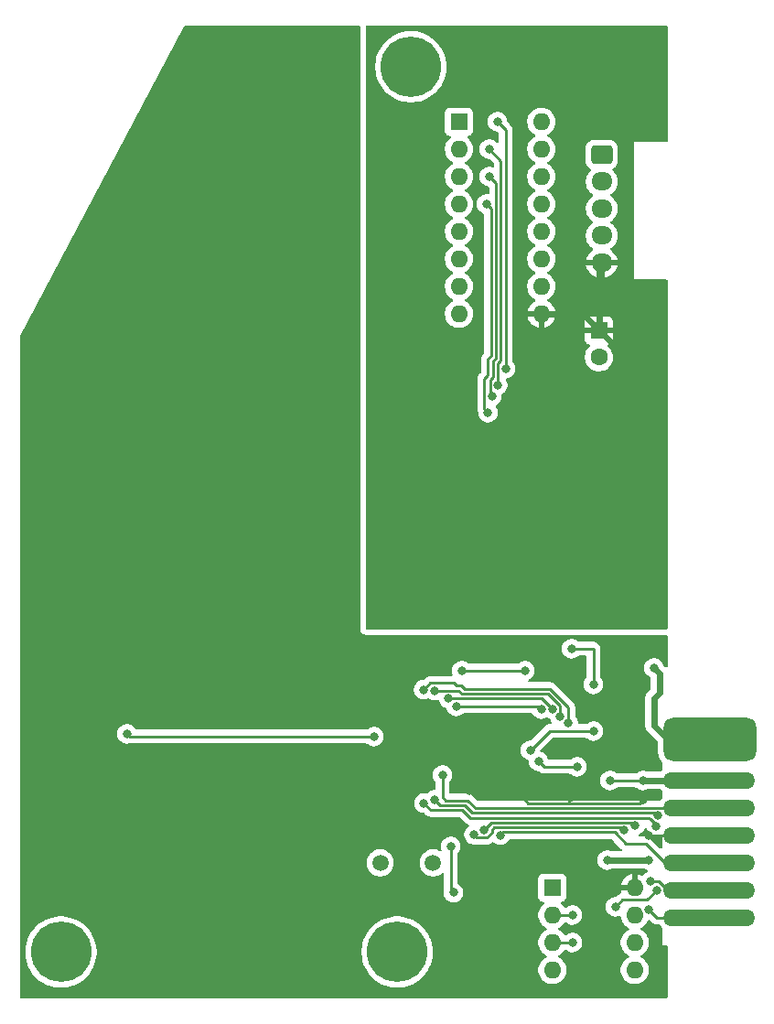
<source format=gbr>
%TF.GenerationSoftware,KiCad,Pcbnew,9.0.4-9.0.4-0~ubuntu22.04.1*%
%TF.CreationDate,2025-10-10T14:21:56+02:00*%
%TF.ProjectId,ModuleController,4d6f6475-6c65-4436-9f6e-74726f6c6c65,rev?*%
%TF.SameCoordinates,Original*%
%TF.FileFunction,Copper,L2,Bot*%
%TF.FilePolarity,Positive*%
%FSLAX46Y46*%
G04 Gerber Fmt 4.6, Leading zero omitted, Abs format (unit mm)*
G04 Created by KiCad (PCBNEW 9.0.4-9.0.4-0~ubuntu22.04.1) date 2025-10-10 14:21:56*
%MOMM*%
%LPD*%
G01*
G04 APERTURE LIST*
G04 Aperture macros list*
%AMRoundRect*
0 Rectangle with rounded corners*
0 $1 Rounding radius*
0 $2 $3 $4 $5 $6 $7 $8 $9 X,Y pos of 4 corners*
0 Add a 4 corners polygon primitive as box body*
4,1,4,$2,$3,$4,$5,$6,$7,$8,$9,$2,$3,0*
0 Add four circle primitives for the rounded corners*
1,1,$1+$1,$2,$3*
1,1,$1+$1,$4,$5*
1,1,$1+$1,$6,$7*
1,1,$1+$1,$8,$9*
0 Add four rect primitives between the rounded corners*
20,1,$1+$1,$2,$3,$4,$5,0*
20,1,$1+$1,$4,$5,$6,$7,0*
20,1,$1+$1,$6,$7,$8,$9,0*
20,1,$1+$1,$8,$9,$2,$3,0*%
G04 Aperture macros list end*
%TA.AperFunction,ComponentPad*%
%ADD10C,1.500000*%
%TD*%
%TA.AperFunction,ConnectorPad*%
%ADD11O,8.500000X1.524000*%
%TD*%
%TA.AperFunction,ConnectorPad*%
%ADD12RoundRect,0.900000X3.384000X-1.132000X3.384000X1.132000X-3.384000X1.132000X-3.384000X-1.132000X0*%
%TD*%
%TA.AperFunction,ComponentPad*%
%ADD13R,1.600000X1.600000*%
%TD*%
%TA.AperFunction,ComponentPad*%
%ADD14C,1.600000*%
%TD*%
%TA.AperFunction,ComponentPad*%
%ADD15O,1.600000X1.600000*%
%TD*%
%TA.AperFunction,ComponentPad*%
%ADD16C,5.600000*%
%TD*%
%TA.AperFunction,ComponentPad*%
%ADD17RoundRect,0.250000X-0.725000X0.600000X-0.725000X-0.600000X0.725000X-0.600000X0.725000X0.600000X0*%
%TD*%
%TA.AperFunction,ComponentPad*%
%ADD18O,1.950000X1.700000*%
%TD*%
%TA.AperFunction,ViaPad*%
%ADD19C,0.800000*%
%TD*%
%TA.AperFunction,Conductor*%
%ADD20C,0.600000*%
%TD*%
%TA.AperFunction,Conductor*%
%ADD21C,0.250000*%
%TD*%
G04 APERTURE END LIST*
D10*
%TO.P,Y1,1,1*%
%TO.N,Net-(U4-PB6{slash}XTAL1)*%
X119724000Y-114300000D03*
%TO.P,Y1,2,2*%
%TO.N,Net-(U4-PB7{slash}XTAL2)*%
X124604000Y-114300000D03*
%TD*%
D11*
%TO.P,J6,9,Pin_9*%
%TO.N,/PRG_MOSI*%
X150175000Y-119380000D03*
%TO.P,J6,10,Pin_10*%
%TO.N,/PRG_MISO*%
X150175000Y-116840000D03*
%TO.P,J6,11,Pin_11*%
%TO.N,/PRG_SCK*%
X150175000Y-114300000D03*
%TO.P,J6,12,Pin_12*%
%TO.N,+5V*%
X150175000Y-111760000D03*
%TO.P,J6,13,Pin_13*%
%TO.N,/BUS_RESET*%
X150175000Y-109220000D03*
%TO.P,J6,14,Pin_14*%
%TO.N,GND*%
X150175000Y-106680000D03*
D12*
%TO.P,J6,15,Pin_15*%
%TO.N,Net-(J6-Pin_15)*%
X150209000Y-102870000D03*
%TD*%
D13*
%TO.P,C1,1*%
%TO.N,+12V*%
X139954000Y-65024000D03*
D14*
%TO.P,C1,2*%
%TO.N,GND*%
X139954000Y-67524000D03*
%TD*%
D13*
%TO.P,U1,1,I1*%
%TO.N,/MOT_A*%
X127000000Y-45720000D03*
D15*
%TO.P,U1,2,I2*%
%TO.N,/MOT_B*%
X127000000Y-48260000D03*
%TO.P,U1,3,I3*%
%TO.N,/MOT_C*%
X127000000Y-50800000D03*
%TO.P,U1,4,I4*%
%TO.N,/MOT_D*%
X127000000Y-53340000D03*
%TO.P,U1,5,I5*%
%TO.N,unconnected-(U1-I5-Pad5)*%
X127000000Y-55880000D03*
%TO.P,U1,6,I6*%
%TO.N,unconnected-(U1-I6-Pad6)*%
X127000000Y-58420000D03*
%TO.P,U1,7,I7*%
%TO.N,unconnected-(U1-I7-Pad7)*%
X127000000Y-60960000D03*
%TO.P,U1,8,GND*%
%TO.N,GND*%
X127000000Y-63500000D03*
%TO.P,U1,9,COM*%
%TO.N,+12V*%
X134620000Y-63500000D03*
%TO.P,U1,10,O7*%
%TO.N,unconnected-(U1-O7-Pad10)*%
X134620000Y-60960000D03*
%TO.P,U1,11,O6*%
%TO.N,unconnected-(U1-O6-Pad11)*%
X134620000Y-58420000D03*
%TO.P,U1,12,O5*%
%TO.N,unconnected-(U1-O5-Pad12)*%
X134620000Y-55880000D03*
%TO.P,U1,13,O4*%
%TO.N,Net-(J1-Pin_4)*%
X134620000Y-53340000D03*
%TO.P,U1,14,O3*%
%TO.N,Net-(J1-Pin_3)*%
X134620000Y-50800000D03*
%TO.P,U1,15,O2*%
%TO.N,Net-(J1-Pin_2)*%
X134620000Y-48260000D03*
%TO.P,U1,16,O1*%
%TO.N,Net-(J1-Pin_1)*%
X134620000Y-45720000D03*
%TD*%
D16*
%TO.P,H3,1*%
%TO.N,N/C*%
X122555000Y-40640000D03*
%TD*%
%TO.P,H1,1*%
%TO.N,N/C*%
X121285000Y-122555000D03*
%TD*%
D13*
%TO.P,U3,1,R*%
%TO.N,/BUS_RX*%
X135646000Y-116596000D03*
D15*
%TO.P,U3,2,~{RE}*%
%TO.N,/~{BUS_RXE}*%
X135646000Y-119136000D03*
%TO.P,U3,3,DE*%
%TO.N,/~{BUS_TXE}*%
X135646000Y-121676000D03*
%TO.P,U3,4,D*%
%TO.N,/BUS_TX*%
X135646000Y-124216000D03*
%TO.P,U3,5,GND*%
%TO.N,GND*%
X143266000Y-124216000D03*
%TO.P,U3,6,A*%
%TO.N,/BUS_LOW*%
X143266000Y-121676000D03*
%TO.P,U3,7,B*%
%TO.N,/BUS_HIGH*%
X143266000Y-119136000D03*
%TO.P,U3,8,VCC*%
%TO.N,+5V*%
X143266000Y-116596000D03*
%TD*%
D17*
%TO.P,J1,1,Pin_1*%
%TO.N,Net-(J1-Pin_1)*%
X140208000Y-48768000D03*
D18*
%TO.P,J1,2,Pin_2*%
%TO.N,Net-(J1-Pin_2)*%
X140208000Y-51268000D03*
%TO.P,J1,3,Pin_3*%
%TO.N,Net-(J1-Pin_3)*%
X140208000Y-53768000D03*
%TO.P,J1,4,Pin_4*%
%TO.N,Net-(J1-Pin_4)*%
X140208000Y-56268000D03*
%TO.P,J1,5,Pin_5*%
%TO.N,+12V*%
X140208000Y-58768000D03*
%TD*%
D16*
%TO.P,H2,1*%
%TO.N,N/C*%
X90170000Y-122555000D03*
%TD*%
D19*
%TO.N,+12V*%
X145034000Y-85344000D03*
%TO.N,GND*%
X134366000Y-104902000D03*
X144526000Y-114046000D03*
X127254000Y-96520000D03*
X133096000Y-96520000D03*
X140970000Y-106680000D03*
X144018000Y-106680000D03*
X137922000Y-105410000D03*
X140716000Y-114046000D03*
%TO.N,+5V*%
X144018000Y-108495500D03*
X123698000Y-107188000D03*
X127922596Y-107594598D03*
X137414000Y-108204000D03*
X144526000Y-111760000D03*
X95504000Y-69596000D03*
X133159089Y-107025008D03*
X123698000Y-105661500D03*
%TO.N,/BUS_LOW*%
X141478000Y-118364000D03*
X145288000Y-116840000D03*
%TO.N,/BUS_RESET*%
X125476000Y-106172000D03*
%TO.N,/BUS_DETC_IN*%
X124714000Y-108458000D03*
X145442487Y-109944500D03*
%TO.N,/BUS_DETC_OUT*%
X123765788Y-108774070D03*
X145252861Y-110925850D03*
%TO.N,/GATE_HOME*%
X96266000Y-102362000D03*
X119126000Y-102616000D03*
%TO.N,/MOT_A*%
X131318000Y-68580000D03*
X130556000Y-45720000D03*
%TO.N,/MOT_B*%
X129794000Y-48260000D03*
X130593000Y-70104000D03*
%TO.N,/MOT_C*%
X130044461Y-71123058D03*
X129794000Y-50800000D03*
%TO.N,/MOT_D*%
X129540000Y-53340000D03*
X129693000Y-72644000D03*
%TO.N,/BUS_RX*%
X126746000Y-99822000D03*
X134620000Y-100076000D03*
%TO.N,/BUS_TX*%
X135632051Y-100063452D03*
X126039245Y-99097500D03*
%TO.N,/PRG_MOSI*%
X142240000Y-111294500D03*
X144560387Y-118603863D03*
X128393193Y-111701335D03*
%TO.N,/PRG_MISO*%
X129286000Y-111252000D03*
X143293500Y-110844500D03*
X144733576Y-116008364D03*
%TO.N,/PRG_SCK*%
X130810000Y-111744500D03*
%TO.N,Net-(JP1-A)*%
X126492000Y-117057000D03*
X126238000Y-112776000D03*
%TO.N,Net-(J6-Pin_15)*%
X145034000Y-96266000D03*
%TO.N,Net-(U4-ADC7)*%
X139446000Y-102108000D03*
X139446000Y-97790000D03*
X133604000Y-103886000D03*
X137414000Y-94488000D03*
%TO.N,/~{BUS_RXE}*%
X124714000Y-98372500D03*
X137496000Y-119126000D03*
X136333246Y-100776426D03*
%TO.N,/~{BUS_TXE}*%
X123718743Y-98275195D03*
X137128274Y-101383000D03*
X137496000Y-121666000D03*
%TD*%
D20*
%TO.N,+12V*%
X145542000Y-70612000D02*
X145542000Y-84836000D01*
X138430000Y-63500000D02*
X139954000Y-65024000D01*
X145542000Y-84836000D02*
X145034000Y-85344000D01*
X145542000Y-70612000D02*
X139954000Y-65024000D01*
X139954000Y-59022000D02*
X140208000Y-58768000D01*
X134620000Y-63500000D02*
X138430000Y-63500000D01*
X139954000Y-65024000D02*
X139954000Y-59022000D01*
D21*
%TO.N,GND*%
X144018000Y-106680000D02*
X140970000Y-106680000D01*
D20*
X144526000Y-114046000D02*
X140716000Y-114046000D01*
D21*
X133096000Y-96520000D02*
X127254000Y-96520000D01*
D20*
X150175000Y-106680000D02*
X144018000Y-106680000D01*
D21*
X137922000Y-105410000D02*
X134874000Y-105410000D01*
X134874000Y-105410000D02*
X134366000Y-104902000D01*
%TO.N,+5V*%
X123698000Y-105661500D02*
X123912500Y-105447000D01*
X135948000Y-108770000D02*
X137160000Y-108770000D01*
X126238000Y-104902000D02*
X127922596Y-106586596D01*
X133096000Y-107088097D02*
X133159089Y-107025008D01*
X124460000Y-105410000D02*
X124968000Y-104902000D01*
X143743500Y-108770000D02*
X144018000Y-108495500D01*
X137160000Y-108770000D02*
X143256000Y-108770000D01*
X123698000Y-105661500D02*
X123698000Y-107188000D01*
X127922596Y-106586596D02*
X127922596Y-107594598D01*
X124968000Y-104902000D02*
X126238000Y-104902000D01*
X137160000Y-108458000D02*
X137160000Y-108770000D01*
X123912500Y-105447000D02*
X124460000Y-105447000D01*
X137414000Y-108204000D02*
X137160000Y-108458000D01*
X143256000Y-108770000D02*
X143743500Y-108770000D01*
X124460000Y-105447000D02*
X124460000Y-105410000D01*
X135948000Y-108770000D02*
X133408000Y-108770000D01*
X133408000Y-108770000D02*
X133096000Y-108458000D01*
X144526000Y-111760000D02*
X150175000Y-111760000D01*
X133096000Y-108458000D02*
X133096000Y-107088097D01*
%TO.N,/BUS_LOW*%
X145288000Y-116840000D02*
X144407000Y-117721000D01*
X142121000Y-117721000D02*
X141478000Y-118364000D01*
X144407000Y-117721000D02*
X142121000Y-117721000D01*
%TO.N,/BUS_RESET*%
X150175000Y-109220000D02*
X128524000Y-109220000D01*
X128524000Y-109220000D02*
X127815198Y-108511198D01*
X125783198Y-108511198D02*
X125476000Y-108204000D01*
X127815198Y-108511198D02*
X125783198Y-108511198D01*
X125476000Y-108204000D02*
X125476000Y-106172000D01*
%TO.N,/BUS_DETC_IN*%
X125217198Y-108961198D02*
X124714000Y-108458000D01*
X127503198Y-108961198D02*
X125217198Y-108961198D01*
X145442487Y-109944500D02*
X145167987Y-109670000D01*
X145167987Y-109670000D02*
X128212000Y-109670000D01*
X128212000Y-109670000D02*
X127503198Y-108961198D01*
%TO.N,/BUS_DETC_OUT*%
X124402916Y-109411198D02*
X123765788Y-108774070D01*
X144717487Y-110244805D02*
X144592682Y-110120000D01*
X145252861Y-110780179D02*
X144717487Y-110244805D01*
X145252861Y-110925850D02*
X145252861Y-110780179D01*
X131064000Y-110120000D02*
X128025604Y-110120000D01*
X127316802Y-109411198D02*
X124402916Y-109411198D01*
X144592682Y-110120000D02*
X131064000Y-110120000D01*
X128025604Y-110120000D02*
X127316802Y-109411198D01*
%TO.N,/GATE_HOME*%
X119126000Y-102616000D02*
X96520000Y-102616000D01*
X96520000Y-102616000D02*
X96266000Y-102362000D01*
%TO.N,/MOT_A*%
X131318000Y-68580000D02*
X131318000Y-46482000D01*
X131318000Y-46482000D02*
X130556000Y-45720000D01*
%TO.N,/MOT_B*%
X130868000Y-49334000D02*
X130868000Y-67797000D01*
X129794000Y-48260000D02*
X130868000Y-49334000D01*
X130593000Y-68072000D02*
X130593000Y-70104000D01*
X130868000Y-67797000D02*
X130593000Y-68072000D01*
%TO.N,/MOT_C*%
X130418000Y-67610604D02*
X130143000Y-67885604D01*
X130143000Y-69342000D02*
X129868000Y-69617000D01*
X129868000Y-69617000D02*
X129868000Y-70946597D01*
X129868000Y-70946597D02*
X130044461Y-71123058D01*
X130418000Y-51424000D02*
X130418000Y-67610604D01*
X130143000Y-67885604D02*
X130143000Y-69342000D01*
X129794000Y-50800000D02*
X130418000Y-51424000D01*
%TO.N,/MOT_D*%
X129693000Y-67699208D02*
X129693000Y-69155604D01*
X129319461Y-72270461D02*
X129693000Y-72644000D01*
X129693000Y-69155604D02*
X129319461Y-69529143D01*
X129968000Y-67424208D02*
X129693000Y-67699208D01*
X129540000Y-53340000D02*
X129968000Y-53768000D01*
X129968000Y-53768000D02*
X129968000Y-67424208D01*
X129319461Y-69529143D02*
X129319461Y-72270461D01*
%TO.N,/BUS_RX*%
X126746000Y-99822000D02*
X134366000Y-99822000D01*
X134366000Y-99822000D02*
X134620000Y-100076000D01*
%TO.N,/BUS_TX*%
X134666099Y-99097500D02*
X135632051Y-100063452D01*
X126039245Y-99097500D02*
X134666099Y-99097500D01*
%TO.N,/PRG_MOSI*%
X128668858Y-111977000D02*
X129586305Y-111977000D01*
X128393193Y-111701335D02*
X128668858Y-111977000D01*
X144560387Y-118603863D02*
X145336524Y-119380000D01*
X129586305Y-111977000D02*
X130048000Y-111515305D01*
X145336524Y-119380000D02*
X150175000Y-119380000D01*
X142240000Y-111020000D02*
X142240000Y-111294500D01*
X130048000Y-111515305D02*
X130048000Y-111252000D01*
X130048000Y-111252000D02*
X130280000Y-111020000D01*
X130280000Y-111020000D02*
X142240000Y-111020000D01*
%TO.N,/PRG_MISO*%
X150175000Y-116840000D02*
X146313305Y-116840000D01*
X130302000Y-110570000D02*
X143002000Y-110570000D01*
X145481669Y-116008364D02*
X144733576Y-116008364D01*
X129286000Y-111252000D02*
X129968000Y-110570000D01*
X143019000Y-110570000D02*
X143293500Y-110844500D01*
X129968000Y-110570000D02*
X130302000Y-110570000D01*
X143002000Y-110570000D02*
X143019000Y-110570000D01*
X146313305Y-116840000D02*
X145481669Y-116008364D01*
%TO.N,/PRG_SCK*%
X141442000Y-111470000D02*
X141478000Y-111506000D01*
X141478000Y-111557805D02*
X142442196Y-112522000D01*
X142442196Y-112522000D02*
X144272000Y-112522000D01*
X130810000Y-111744500D02*
X131084500Y-111470000D01*
X144272000Y-112522000D02*
X146050000Y-114300000D01*
X141478000Y-111506000D02*
X141478000Y-111557805D01*
X146050000Y-114300000D02*
X150175000Y-114300000D01*
X131084500Y-111470000D02*
X141442000Y-111470000D01*
%TO.N,Net-(JP1-A)*%
X126238000Y-112776000D02*
X126238000Y-116803000D01*
X126238000Y-116803000D02*
X126492000Y-117057000D01*
D20*
%TO.N,Net-(J6-Pin_15)*%
X149955000Y-102616000D02*
X146050000Y-102616000D01*
X145542000Y-98552000D02*
X145542000Y-96774000D01*
X145542000Y-96774000D02*
X145034000Y-96266000D01*
X150209000Y-102870000D02*
X149955000Y-102616000D01*
X145034000Y-99060000D02*
X145542000Y-98552000D01*
X146304000Y-102870000D02*
X150209000Y-102870000D01*
X145034000Y-101600000D02*
X146304000Y-102870000D01*
X145034000Y-101600000D02*
X145034000Y-99060000D01*
D21*
%TO.N,Net-(U4-ADC7)*%
X135382000Y-102108000D02*
X139446000Y-102108000D01*
X139446000Y-97790000D02*
X139446000Y-94488000D01*
X137414000Y-94488000D02*
X139446000Y-94488000D01*
X133604000Y-103886000D02*
X135382000Y-102108000D01*
%TO.N,/~{BUS_RXE}*%
X135241404Y-98647500D02*
X133858000Y-98647500D01*
X136357051Y-100752621D02*
X136357051Y-99763147D01*
X127254000Y-98647500D02*
X126979000Y-98372500D01*
X135646000Y-119136000D02*
X137486000Y-119136000D01*
X126979000Y-98372500D02*
X124714000Y-98372500D01*
X133858000Y-98647500D02*
X127254000Y-98647500D01*
X136357051Y-99763147D02*
X135241404Y-98647500D01*
X137486000Y-119136000D02*
X137496000Y-119126000D01*
X136333246Y-100776426D02*
X136357051Y-100752621D01*
%TO.N,/~{BUS_TXE}*%
X137128274Y-101383000D02*
X137128274Y-99897974D01*
X124346438Y-97647500D02*
X123718743Y-98275195D01*
X136344150Y-99113850D02*
X135427800Y-98197500D01*
X137128274Y-99897974D02*
X136344150Y-99113850D01*
X137486000Y-121676000D02*
X137496000Y-121666000D01*
X127233000Y-97922500D02*
X126792604Y-97922500D01*
X127508000Y-98197500D02*
X127233000Y-97922500D01*
X126792604Y-97922500D02*
X126517604Y-97647500D01*
X135646000Y-121676000D02*
X137486000Y-121676000D01*
X126517604Y-97647500D02*
X124346438Y-97647500D01*
X135427800Y-98197500D02*
X132334000Y-98197500D01*
X132334000Y-98197500D02*
X127508000Y-98197500D01*
%TD*%
%TA.AperFunction,Conductor*%
%TO.N,+12V*%
G36*
X146247039Y-36850185D02*
G01*
X146292794Y-36902989D01*
X146304000Y-36954500D01*
X146304000Y-47500500D01*
X146284315Y-47567539D01*
X146231511Y-47613294D01*
X146180000Y-47624500D01*
X143189792Y-47624500D01*
X143189500Y-47624792D01*
X143189500Y-47624793D01*
X143189500Y-60324793D01*
X143189500Y-60325207D01*
X143189793Y-60325500D01*
X146180000Y-60325500D01*
X146247039Y-60345185D01*
X146292794Y-60397989D01*
X146304000Y-60449500D01*
X146304000Y-92586000D01*
X146284315Y-92653039D01*
X146231511Y-92698794D01*
X146180000Y-92710000D01*
X140716000Y-92710000D01*
X118488000Y-92710000D01*
X118420961Y-92690315D01*
X118375206Y-92637511D01*
X118364000Y-92586000D01*
X118364000Y-44872135D01*
X125699500Y-44872135D01*
X125699500Y-46567870D01*
X125699501Y-46567876D01*
X125705908Y-46627483D01*
X125756202Y-46762328D01*
X125756206Y-46762335D01*
X125842452Y-46877544D01*
X125842455Y-46877547D01*
X125957664Y-46963793D01*
X125957671Y-46963797D01*
X126002618Y-46980561D01*
X126092517Y-47014091D01*
X126129441Y-47018060D01*
X126193989Y-47044796D01*
X126233838Y-47102188D01*
X126236333Y-47172013D01*
X126200681Y-47232102D01*
X126189071Y-47241666D01*
X126152784Y-47268030D01*
X126008028Y-47412786D01*
X125887715Y-47578386D01*
X125794781Y-47760776D01*
X125731522Y-47955465D01*
X125699500Y-48157648D01*
X125699500Y-48362351D01*
X125731522Y-48564534D01*
X125794781Y-48759223D01*
X125887715Y-48941613D01*
X126008028Y-49107213D01*
X126152786Y-49251971D01*
X126307749Y-49364556D01*
X126318390Y-49372287D01*
X126408109Y-49418001D01*
X126411080Y-49419515D01*
X126461876Y-49467490D01*
X126478671Y-49535311D01*
X126456134Y-49601446D01*
X126411080Y-49640485D01*
X126318386Y-49687715D01*
X126152786Y-49808028D01*
X126008028Y-49952786D01*
X125887717Y-50118383D01*
X125794781Y-50300776D01*
X125731522Y-50495465D01*
X125699500Y-50697648D01*
X125699500Y-50902351D01*
X125731522Y-51104534D01*
X125794781Y-51299223D01*
X125887715Y-51481613D01*
X126008028Y-51647213D01*
X126152786Y-51791971D01*
X126307749Y-51904556D01*
X126318390Y-51912287D01*
X126409840Y-51958883D01*
X126411080Y-51959515D01*
X126461876Y-52007490D01*
X126478671Y-52075311D01*
X126456134Y-52141446D01*
X126411080Y-52180485D01*
X126318386Y-52227715D01*
X126152786Y-52348028D01*
X126008028Y-52492786D01*
X125887715Y-52658386D01*
X125794781Y-52840776D01*
X125731522Y-53035465D01*
X125699500Y-53237648D01*
X125699500Y-53442351D01*
X125731522Y-53644534D01*
X125794781Y-53839223D01*
X125887715Y-54021613D01*
X126008028Y-54187213D01*
X126152786Y-54331971D01*
X126307749Y-54444556D01*
X126318390Y-54452287D01*
X126409840Y-54498883D01*
X126411080Y-54499515D01*
X126461876Y-54547490D01*
X126478671Y-54615311D01*
X126456134Y-54681446D01*
X126411080Y-54720485D01*
X126318386Y-54767715D01*
X126152786Y-54888028D01*
X126008028Y-55032786D01*
X125887715Y-55198386D01*
X125794781Y-55380776D01*
X125731522Y-55575465D01*
X125699500Y-55777648D01*
X125699500Y-55982351D01*
X125731522Y-56184534D01*
X125794781Y-56379223D01*
X125887715Y-56561613D01*
X126008028Y-56727213D01*
X126152786Y-56871971D01*
X126295719Y-56975816D01*
X126318390Y-56992287D01*
X126409840Y-57038883D01*
X126411080Y-57039515D01*
X126461876Y-57087490D01*
X126478671Y-57155311D01*
X126456134Y-57221446D01*
X126411080Y-57260485D01*
X126318386Y-57307715D01*
X126152786Y-57428028D01*
X126008028Y-57572786D01*
X125887715Y-57738386D01*
X125794781Y-57920776D01*
X125731522Y-58115465D01*
X125699500Y-58317648D01*
X125699500Y-58522351D01*
X125731522Y-58724534D01*
X125794781Y-58919223D01*
X125858691Y-59044653D01*
X125878804Y-59084126D01*
X125887715Y-59101613D01*
X126008028Y-59267213D01*
X126152786Y-59411971D01*
X126307749Y-59524556D01*
X126318390Y-59532287D01*
X126409840Y-59578883D01*
X126411080Y-59579515D01*
X126461876Y-59627490D01*
X126478671Y-59695311D01*
X126456134Y-59761446D01*
X126411080Y-59800485D01*
X126318386Y-59847715D01*
X126152786Y-59968028D01*
X126008028Y-60112786D01*
X125887715Y-60278386D01*
X125794781Y-60460776D01*
X125731522Y-60655465D01*
X125699500Y-60857648D01*
X125699500Y-61062351D01*
X125731522Y-61264534D01*
X125794781Y-61459223D01*
X125887715Y-61641613D01*
X126008028Y-61807213D01*
X126152786Y-61951971D01*
X126307749Y-62064556D01*
X126318390Y-62072287D01*
X126409840Y-62118883D01*
X126411080Y-62119515D01*
X126461876Y-62167490D01*
X126478671Y-62235311D01*
X126456134Y-62301446D01*
X126411080Y-62340485D01*
X126318386Y-62387715D01*
X126152786Y-62508028D01*
X126008028Y-62652786D01*
X125887715Y-62818386D01*
X125794781Y-63000776D01*
X125731522Y-63195465D01*
X125699500Y-63397648D01*
X125699500Y-63602351D01*
X125731522Y-63804534D01*
X125794781Y-63999223D01*
X125854566Y-64116556D01*
X125884942Y-64176172D01*
X125887715Y-64181613D01*
X126008028Y-64347213D01*
X126152786Y-64491971D01*
X126307749Y-64604556D01*
X126318390Y-64612287D01*
X126394877Y-64651259D01*
X126500776Y-64705218D01*
X126500778Y-64705218D01*
X126500781Y-64705220D01*
X126605137Y-64739127D01*
X126695465Y-64768477D01*
X126758078Y-64778394D01*
X126897648Y-64800500D01*
X126897649Y-64800500D01*
X127102351Y-64800500D01*
X127102352Y-64800500D01*
X127304534Y-64768477D01*
X127499219Y-64705220D01*
X127681610Y-64612287D01*
X127774590Y-64544732D01*
X127847213Y-64491971D01*
X127847215Y-64491968D01*
X127847219Y-64491966D01*
X127991966Y-64347219D01*
X127991968Y-64347215D01*
X127991971Y-64347213D01*
X128044732Y-64274590D01*
X128112287Y-64181610D01*
X128205220Y-63999219D01*
X128268477Y-63804534D01*
X128300500Y-63602352D01*
X128300500Y-63397648D01*
X128292257Y-63345606D01*
X128268477Y-63195465D01*
X128205218Y-63000776D01*
X128112419Y-62818650D01*
X128112287Y-62818390D01*
X128104556Y-62807749D01*
X127991971Y-62652786D01*
X127847213Y-62508028D01*
X127681614Y-62387715D01*
X127675006Y-62384348D01*
X127588917Y-62340483D01*
X127538123Y-62292511D01*
X127521328Y-62224690D01*
X127543865Y-62158555D01*
X127588917Y-62119516D01*
X127681610Y-62072287D01*
X127702770Y-62056913D01*
X127847213Y-61951971D01*
X127847215Y-61951968D01*
X127847219Y-61951966D01*
X127991966Y-61807219D01*
X127991968Y-61807215D01*
X127991971Y-61807213D01*
X128044732Y-61734590D01*
X128112287Y-61641610D01*
X128205220Y-61459219D01*
X128268477Y-61264534D01*
X128300500Y-61062352D01*
X128300500Y-60857648D01*
X128268477Y-60655466D01*
X128205220Y-60460781D01*
X128205218Y-60460778D01*
X128205218Y-60460776D01*
X128171503Y-60394607D01*
X128112287Y-60278390D01*
X128104556Y-60267749D01*
X127991971Y-60112786D01*
X127847213Y-59968028D01*
X127681614Y-59847715D01*
X127675006Y-59844348D01*
X127588917Y-59800483D01*
X127538123Y-59752511D01*
X127521328Y-59684690D01*
X127543865Y-59618555D01*
X127588917Y-59579516D01*
X127681610Y-59532287D01*
X127759693Y-59475557D01*
X127847213Y-59411971D01*
X127847215Y-59411968D01*
X127847219Y-59411966D01*
X127991966Y-59267219D01*
X127991968Y-59267215D01*
X127991971Y-59267213D01*
X128078514Y-59148095D01*
X128112287Y-59101610D01*
X128205220Y-58919219D01*
X128268477Y-58724534D01*
X128300500Y-58522352D01*
X128300500Y-58317648D01*
X128268477Y-58115466D01*
X128205220Y-57920781D01*
X128205218Y-57920778D01*
X128205218Y-57920776D01*
X128171503Y-57854607D01*
X128112287Y-57738390D01*
X128104556Y-57727749D01*
X127991971Y-57572786D01*
X127847213Y-57428028D01*
X127681614Y-57307715D01*
X127662749Y-57298103D01*
X127588917Y-57260483D01*
X127538123Y-57212511D01*
X127521328Y-57144690D01*
X127543865Y-57078555D01*
X127588917Y-57039516D01*
X127681610Y-56992287D01*
X127704281Y-56975816D01*
X127847213Y-56871971D01*
X127847215Y-56871968D01*
X127847219Y-56871966D01*
X127991966Y-56727219D01*
X127991968Y-56727215D01*
X127991971Y-56727213D01*
X128095846Y-56584239D01*
X128112287Y-56561610D01*
X128205220Y-56379219D01*
X128268477Y-56184534D01*
X128300500Y-55982352D01*
X128300500Y-55777648D01*
X128268477Y-55575466D01*
X128205220Y-55380781D01*
X128205218Y-55380778D01*
X128205218Y-55380776D01*
X128132413Y-55237890D01*
X128112287Y-55198390D01*
X128104556Y-55187749D01*
X127991971Y-55032786D01*
X127847213Y-54888028D01*
X127681614Y-54767715D01*
X127675006Y-54764348D01*
X127588917Y-54720483D01*
X127538123Y-54672511D01*
X127521328Y-54604690D01*
X127543865Y-54538555D01*
X127588917Y-54499516D01*
X127681610Y-54452287D01*
X127702770Y-54436913D01*
X127847213Y-54331971D01*
X127847215Y-54331968D01*
X127847219Y-54331966D01*
X127991966Y-54187219D01*
X127991968Y-54187215D01*
X127991971Y-54187213D01*
X128066782Y-54084243D01*
X128112287Y-54021610D01*
X128205220Y-53839219D01*
X128268477Y-53644534D01*
X128300500Y-53442352D01*
X128300500Y-53251304D01*
X128639500Y-53251304D01*
X128639500Y-53428695D01*
X128674103Y-53602658D01*
X128674106Y-53602667D01*
X128741983Y-53766540D01*
X128741990Y-53766553D01*
X128840535Y-53914034D01*
X128840538Y-53914038D01*
X128965961Y-54039461D01*
X128965965Y-54039464D01*
X129113446Y-54138009D01*
X129113450Y-54138011D01*
X129113453Y-54138013D01*
X129265955Y-54201181D01*
X129320356Y-54245019D01*
X129342421Y-54311313D01*
X129342500Y-54315740D01*
X129342500Y-67113755D01*
X129333855Y-67143195D01*
X129327332Y-67173182D01*
X129323577Y-67178197D01*
X129322815Y-67180794D01*
X129306181Y-67201436D01*
X129294269Y-67213348D01*
X129294267Y-67213350D01*
X129250704Y-67256912D01*
X129207142Y-67300474D01*
X129186550Y-67331293D01*
X129186549Y-67331292D01*
X129138689Y-67402920D01*
X129138685Y-67402927D01*
X129123159Y-67440410D01*
X129123155Y-67440422D01*
X129120638Y-67446500D01*
X129091537Y-67516756D01*
X129085124Y-67548997D01*
X129073655Y-67606660D01*
X129072566Y-67612133D01*
X129072564Y-67612141D01*
X129067500Y-67637602D01*
X129067500Y-68845151D01*
X129058855Y-68874591D01*
X129052332Y-68904578D01*
X129048577Y-68909593D01*
X129047815Y-68912190D01*
X129031181Y-68932832D01*
X128957473Y-69006540D01*
X128920731Y-69043282D01*
X128920728Y-69043285D01*
X128877164Y-69086848D01*
X128833601Y-69130411D01*
X128817818Y-69154034D01*
X128814133Y-69159549D01*
X128765149Y-69232857D01*
X128765147Y-69232860D01*
X128765146Y-69232862D01*
X128718001Y-69346681D01*
X128717996Y-69346697D01*
X128700522Y-69434550D01*
X128700522Y-69434551D01*
X128693961Y-69467534D01*
X128693961Y-72332072D01*
X128717996Y-72452905D01*
X128718001Y-72452922D01*
X128765145Y-72566739D01*
X128765147Y-72566742D01*
X128765149Y-72566747D01*
X128771599Y-72576400D01*
X128792480Y-72643074D01*
X128792500Y-72645294D01*
X128792500Y-72732695D01*
X128827103Y-72906658D01*
X128827106Y-72906667D01*
X128894983Y-73070540D01*
X128894990Y-73070553D01*
X128993535Y-73218034D01*
X128993538Y-73218038D01*
X129118961Y-73343461D01*
X129118965Y-73343464D01*
X129266446Y-73442009D01*
X129266459Y-73442016D01*
X129389363Y-73492923D01*
X129430334Y-73509894D01*
X129430336Y-73509894D01*
X129430341Y-73509896D01*
X129604304Y-73544499D01*
X129604307Y-73544500D01*
X129604309Y-73544500D01*
X129781693Y-73544500D01*
X129781694Y-73544499D01*
X129839682Y-73532964D01*
X129955658Y-73509896D01*
X129955661Y-73509894D01*
X129955666Y-73509894D01*
X130119547Y-73442013D01*
X130267035Y-73343464D01*
X130392464Y-73218035D01*
X130491013Y-73070547D01*
X130558894Y-72906666D01*
X130593500Y-72732691D01*
X130593500Y-72555309D01*
X130593500Y-72555306D01*
X130593499Y-72555304D01*
X130558896Y-72381341D01*
X130558893Y-72381332D01*
X130491016Y-72217459D01*
X130491012Y-72217452D01*
X130485267Y-72208854D01*
X130415511Y-72104457D01*
X130394634Y-72037782D01*
X130413118Y-71970402D01*
X130465096Y-71923711D01*
X130470961Y-71921095D01*
X130471003Y-71921072D01*
X130471008Y-71921071D01*
X130618496Y-71822522D01*
X130743925Y-71697093D01*
X130842474Y-71549605D01*
X130910355Y-71385724D01*
X130944961Y-71211749D01*
X130944961Y-71034367D01*
X130944961Y-71034363D01*
X130944374Y-71028402D01*
X130957394Y-70959757D01*
X131005460Y-70909047D01*
X131017963Y-70902859D01*
X131019543Y-70902014D01*
X131019547Y-70902013D01*
X131167035Y-70803464D01*
X131292464Y-70678035D01*
X131391013Y-70530547D01*
X131458894Y-70366666D01*
X131493500Y-70192691D01*
X131493500Y-70015309D01*
X131493500Y-70015306D01*
X131493499Y-70015304D01*
X131458896Y-69841341D01*
X131458893Y-69841332D01*
X131391016Y-69677459D01*
X131391012Y-69677452D01*
X131379794Y-69660663D01*
X131358916Y-69593985D01*
X131377400Y-69526605D01*
X131429378Y-69479915D01*
X131458705Y-69470154D01*
X131580658Y-69445896D01*
X131580661Y-69445894D01*
X131580666Y-69445894D01*
X131744547Y-69378013D01*
X131892035Y-69279464D01*
X132017464Y-69154035D01*
X132116013Y-69006547D01*
X132183894Y-68842666D01*
X132187508Y-68824500D01*
X132218499Y-68668695D01*
X132218500Y-68668693D01*
X132218500Y-68491306D01*
X132218499Y-68491304D01*
X132183896Y-68317341D01*
X132183893Y-68317332D01*
X132116016Y-68153459D01*
X132116009Y-68153446D01*
X132017464Y-68005965D01*
X132017461Y-68005961D01*
X131979819Y-67968319D01*
X131946334Y-67906996D01*
X131943500Y-67880638D01*
X131943500Y-67421648D01*
X138653500Y-67421648D01*
X138653500Y-67626351D01*
X138685522Y-67828534D01*
X138748781Y-68023223D01*
X138841715Y-68205613D01*
X138962028Y-68371213D01*
X139106786Y-68515971D01*
X139261749Y-68628556D01*
X139272390Y-68636287D01*
X139388607Y-68695503D01*
X139454776Y-68729218D01*
X139454778Y-68729218D01*
X139454781Y-68729220D01*
X139559137Y-68763127D01*
X139649465Y-68792477D01*
X139750557Y-68808488D01*
X139851648Y-68824500D01*
X139851649Y-68824500D01*
X140056351Y-68824500D01*
X140056352Y-68824500D01*
X140258534Y-68792477D01*
X140453219Y-68729220D01*
X140635610Y-68636287D01*
X140728590Y-68568732D01*
X140801213Y-68515971D01*
X140801215Y-68515968D01*
X140801219Y-68515966D01*
X140945966Y-68371219D01*
X140945968Y-68371215D01*
X140945971Y-68371213D01*
X140998732Y-68298590D01*
X141066287Y-68205610D01*
X141159220Y-68023219D01*
X141222477Y-67828534D01*
X141254500Y-67626352D01*
X141254500Y-67421648D01*
X141222477Y-67219466D01*
X141207438Y-67173182D01*
X141159218Y-67024776D01*
X141125503Y-66958607D01*
X141066287Y-66842390D01*
X141058556Y-66831749D01*
X140945971Y-66676786D01*
X140797774Y-66528589D01*
X140799098Y-66527264D01*
X140765274Y-66475442D01*
X140764780Y-66405574D01*
X140802137Y-66346530D01*
X140855493Y-66318988D01*
X140861375Y-66317598D01*
X140996086Y-66267354D01*
X140996093Y-66267350D01*
X141111187Y-66181190D01*
X141111190Y-66181187D01*
X141197350Y-66066093D01*
X141197354Y-66066086D01*
X141247596Y-65931379D01*
X141247598Y-65931372D01*
X141253999Y-65871844D01*
X141254000Y-65871827D01*
X141254000Y-65274000D01*
X140269686Y-65274000D01*
X140274080Y-65269606D01*
X140326741Y-65178394D01*
X140354000Y-65076661D01*
X140354000Y-64971339D01*
X140326741Y-64869606D01*
X140274080Y-64778394D01*
X140269686Y-64774000D01*
X141254000Y-64774000D01*
X141254000Y-64176172D01*
X141253999Y-64176155D01*
X141247598Y-64116627D01*
X141247596Y-64116620D01*
X141197354Y-63981913D01*
X141197350Y-63981906D01*
X141111190Y-63866812D01*
X141111187Y-63866809D01*
X140996093Y-63780649D01*
X140996086Y-63780645D01*
X140861379Y-63730403D01*
X140861372Y-63730401D01*
X140801844Y-63724000D01*
X140204000Y-63724000D01*
X140204000Y-64708314D01*
X140199606Y-64703920D01*
X140108394Y-64651259D01*
X140006661Y-64624000D01*
X139901339Y-64624000D01*
X139799606Y-64651259D01*
X139708394Y-64703920D01*
X139704000Y-64708314D01*
X139704000Y-63724000D01*
X139106155Y-63724000D01*
X139046627Y-63730401D01*
X139046620Y-63730403D01*
X138911913Y-63780645D01*
X138911906Y-63780649D01*
X138796812Y-63866809D01*
X138796809Y-63866812D01*
X138710649Y-63981906D01*
X138710645Y-63981913D01*
X138660403Y-64116620D01*
X138660401Y-64116627D01*
X138654000Y-64176155D01*
X138654000Y-64774000D01*
X139638314Y-64774000D01*
X139633920Y-64778394D01*
X139581259Y-64869606D01*
X139554000Y-64971339D01*
X139554000Y-65076661D01*
X139581259Y-65178394D01*
X139633920Y-65269606D01*
X139638314Y-65274000D01*
X138654000Y-65274000D01*
X138654000Y-65871844D01*
X138660401Y-65931372D01*
X138660403Y-65931379D01*
X138710645Y-66066086D01*
X138710649Y-66066093D01*
X138796809Y-66181187D01*
X138796812Y-66181190D01*
X138911906Y-66267350D01*
X138911913Y-66267354D01*
X139046621Y-66317597D01*
X139052508Y-66318988D01*
X139113226Y-66353559D01*
X139145614Y-66415469D01*
X139139390Y-66485061D01*
X139109142Y-66527505D01*
X139110226Y-66528589D01*
X138962032Y-66676782D01*
X138962028Y-66676786D01*
X138841715Y-66842386D01*
X138748781Y-67024776D01*
X138685522Y-67219465D01*
X138653500Y-67421648D01*
X131943500Y-67421648D01*
X131943500Y-46420396D01*
X131939764Y-46401613D01*
X131919463Y-46299548D01*
X131899932Y-46252397D01*
X131872312Y-46185715D01*
X131846140Y-46146547D01*
X131803858Y-46083267D01*
X131803856Y-46083264D01*
X131713637Y-45993045D01*
X131713606Y-45993016D01*
X131492819Y-45772229D01*
X131478614Y-45746215D01*
X131462153Y-45721561D01*
X131460988Y-45713935D01*
X131459334Y-45710906D01*
X131456519Y-45686719D01*
X131456500Y-45685634D01*
X131456500Y-45631309D01*
X131453783Y-45617648D01*
X133319500Y-45617648D01*
X133319500Y-45822351D01*
X133351522Y-46024534D01*
X133414781Y-46219223D01*
X133507715Y-46401613D01*
X133628028Y-46567213D01*
X133772786Y-46711971D01*
X133883561Y-46792452D01*
X133938390Y-46832287D01*
X134027212Y-46877544D01*
X134031080Y-46879515D01*
X134081876Y-46927490D01*
X134098671Y-46995311D01*
X134076134Y-47061446D01*
X134031080Y-47100485D01*
X133938386Y-47147715D01*
X133772786Y-47268028D01*
X133628028Y-47412786D01*
X133507715Y-47578386D01*
X133414781Y-47760776D01*
X133351522Y-47955465D01*
X133319500Y-48157648D01*
X133319500Y-48362351D01*
X133351522Y-48564534D01*
X133414781Y-48759223D01*
X133507715Y-48941613D01*
X133628028Y-49107213D01*
X133772786Y-49251971D01*
X133927749Y-49364556D01*
X133938390Y-49372287D01*
X134028109Y-49418001D01*
X134031080Y-49419515D01*
X134081876Y-49467490D01*
X134098671Y-49535311D01*
X134076134Y-49601446D01*
X134031080Y-49640485D01*
X133938386Y-49687715D01*
X133772786Y-49808028D01*
X133628028Y-49952786D01*
X133507717Y-50118383D01*
X133414781Y-50300776D01*
X133351522Y-50495465D01*
X133319500Y-50697648D01*
X133319500Y-50902351D01*
X133351522Y-51104534D01*
X133414781Y-51299223D01*
X133507715Y-51481613D01*
X133628028Y-51647213D01*
X133772786Y-51791971D01*
X133927749Y-51904556D01*
X133938390Y-51912287D01*
X134029840Y-51958883D01*
X134031080Y-51959515D01*
X134081876Y-52007490D01*
X134098671Y-52075311D01*
X134076134Y-52141446D01*
X134031080Y-52180485D01*
X133938386Y-52227715D01*
X133772786Y-52348028D01*
X133628028Y-52492786D01*
X133507715Y-52658386D01*
X133414781Y-52840776D01*
X133351522Y-53035465D01*
X133319500Y-53237648D01*
X133319500Y-53442351D01*
X133351522Y-53644534D01*
X133414781Y-53839223D01*
X133507715Y-54021613D01*
X133628028Y-54187213D01*
X133772786Y-54331971D01*
X133927749Y-54444556D01*
X133938390Y-54452287D01*
X134029840Y-54498883D01*
X134031080Y-54499515D01*
X134081876Y-54547490D01*
X134098671Y-54615311D01*
X134076134Y-54681446D01*
X134031080Y-54720485D01*
X133938386Y-54767715D01*
X133772786Y-54888028D01*
X133628028Y-55032786D01*
X133507715Y-55198386D01*
X133414781Y-55380776D01*
X133351522Y-55575465D01*
X133319500Y-55777648D01*
X133319500Y-55982351D01*
X133351522Y-56184534D01*
X133414781Y-56379223D01*
X133507715Y-56561613D01*
X133628028Y-56727213D01*
X133772786Y-56871971D01*
X133915719Y-56975816D01*
X133938390Y-56992287D01*
X134029840Y-57038883D01*
X134031080Y-57039515D01*
X134081876Y-57087490D01*
X134098671Y-57155311D01*
X134076134Y-57221446D01*
X134031080Y-57260485D01*
X133938386Y-57307715D01*
X133772786Y-57428028D01*
X133628028Y-57572786D01*
X133507715Y-57738386D01*
X133414781Y-57920776D01*
X133351522Y-58115465D01*
X133319500Y-58317648D01*
X133319500Y-58522351D01*
X133351522Y-58724534D01*
X133414781Y-58919223D01*
X133478691Y-59044653D01*
X133498804Y-59084126D01*
X133507715Y-59101613D01*
X133628028Y-59267213D01*
X133772786Y-59411971D01*
X133927749Y-59524556D01*
X133938390Y-59532287D01*
X134029840Y-59578883D01*
X134031080Y-59579515D01*
X134081876Y-59627490D01*
X134098671Y-59695311D01*
X134076134Y-59761446D01*
X134031080Y-59800485D01*
X133938386Y-59847715D01*
X133772786Y-59968028D01*
X133628028Y-60112786D01*
X133507715Y-60278386D01*
X133414781Y-60460776D01*
X133351522Y-60655465D01*
X133319500Y-60857648D01*
X133319500Y-61062351D01*
X133351522Y-61264534D01*
X133414781Y-61459223D01*
X133507715Y-61641613D01*
X133628028Y-61807213D01*
X133772786Y-61951971D01*
X133927749Y-62064556D01*
X133938390Y-62072287D01*
X134010424Y-62108990D01*
X134031629Y-62119795D01*
X134082425Y-62167770D01*
X134099220Y-62235591D01*
X134076682Y-62301726D01*
X134031629Y-62340765D01*
X133938650Y-62388140D01*
X133773105Y-62508417D01*
X133773104Y-62508417D01*
X133628417Y-62653104D01*
X133628417Y-62653105D01*
X133508140Y-62818650D01*
X133415244Y-63000970D01*
X133352009Y-63195586D01*
X133343391Y-63250000D01*
X134304314Y-63250000D01*
X134299920Y-63254394D01*
X134247259Y-63345606D01*
X134220000Y-63447339D01*
X134220000Y-63552661D01*
X134247259Y-63654394D01*
X134299920Y-63745606D01*
X134304314Y-63750000D01*
X133343391Y-63750000D01*
X133352009Y-63804413D01*
X133415244Y-63999029D01*
X133508140Y-64181349D01*
X133628417Y-64346894D01*
X133628417Y-64346895D01*
X133773104Y-64491582D01*
X133938650Y-64611859D01*
X134120968Y-64704754D01*
X134315578Y-64767988D01*
X134370000Y-64776607D01*
X134370000Y-63815686D01*
X134374394Y-63820080D01*
X134465606Y-63872741D01*
X134567339Y-63900000D01*
X134672661Y-63900000D01*
X134774394Y-63872741D01*
X134865606Y-63820080D01*
X134870000Y-63815686D01*
X134870000Y-64776606D01*
X134924421Y-64767988D01*
X135119031Y-64704754D01*
X135301349Y-64611859D01*
X135466894Y-64491582D01*
X135466895Y-64491582D01*
X135611582Y-64346895D01*
X135611582Y-64346894D01*
X135731861Y-64181347D01*
X135764873Y-64116557D01*
X135764873Y-64116556D01*
X135824755Y-63999029D01*
X135887990Y-63804413D01*
X135896609Y-63750000D01*
X134935686Y-63750000D01*
X134940080Y-63745606D01*
X134992741Y-63654394D01*
X135020000Y-63552661D01*
X135020000Y-63447339D01*
X134992741Y-63345606D01*
X134940080Y-63254394D01*
X134935686Y-63250000D01*
X135896609Y-63250000D01*
X135887990Y-63195586D01*
X135824755Y-63000970D01*
X135731859Y-62818650D01*
X135611582Y-62653105D01*
X135611582Y-62653104D01*
X135466895Y-62508417D01*
X135301349Y-62388140D01*
X135208370Y-62340765D01*
X135157574Y-62292790D01*
X135140779Y-62224969D01*
X135163316Y-62158835D01*
X135208370Y-62119795D01*
X135208920Y-62119515D01*
X135301610Y-62072287D01*
X135322770Y-62056913D01*
X135467213Y-61951971D01*
X135467215Y-61951968D01*
X135467219Y-61951966D01*
X135611966Y-61807219D01*
X135611968Y-61807215D01*
X135611971Y-61807213D01*
X135664732Y-61734590D01*
X135732287Y-61641610D01*
X135825220Y-61459219D01*
X135888477Y-61264534D01*
X135920500Y-61062352D01*
X135920500Y-60857648D01*
X135888477Y-60655466D01*
X135825220Y-60460781D01*
X135825218Y-60460778D01*
X135825218Y-60460776D01*
X135791503Y-60394607D01*
X135732287Y-60278390D01*
X135724556Y-60267749D01*
X135611971Y-60112786D01*
X135467213Y-59968028D01*
X135301614Y-59847715D01*
X135295006Y-59844348D01*
X135208917Y-59800483D01*
X135158123Y-59752511D01*
X135141328Y-59684690D01*
X135163865Y-59618555D01*
X135208917Y-59579516D01*
X135301610Y-59532287D01*
X135379693Y-59475557D01*
X135467213Y-59411971D01*
X135467215Y-59411968D01*
X135467219Y-59411966D01*
X135611966Y-59267219D01*
X135611968Y-59267215D01*
X135611971Y-59267213D01*
X135732284Y-59101614D01*
X135732285Y-59101613D01*
X135732287Y-59101610D01*
X135825220Y-58919219D01*
X135888477Y-58724534D01*
X135920500Y-58522352D01*
X135920500Y-58317648D01*
X135888477Y-58115466D01*
X135825220Y-57920781D01*
X135825218Y-57920778D01*
X135825218Y-57920776D01*
X135791503Y-57854607D01*
X135732287Y-57738390D01*
X135724556Y-57727749D01*
X135611971Y-57572786D01*
X135467213Y-57428028D01*
X135301614Y-57307715D01*
X135282749Y-57298103D01*
X135208917Y-57260483D01*
X135158123Y-57212511D01*
X135141328Y-57144690D01*
X135163865Y-57078555D01*
X135208917Y-57039516D01*
X135301610Y-56992287D01*
X135324281Y-56975816D01*
X135467213Y-56871971D01*
X135467215Y-56871968D01*
X135467219Y-56871966D01*
X135611966Y-56727219D01*
X135611968Y-56727215D01*
X135611971Y-56727213D01*
X135715846Y-56584239D01*
X135732287Y-56561610D01*
X135825220Y-56379219D01*
X135888477Y-56184534D01*
X135920500Y-55982352D01*
X135920500Y-55777648D01*
X135888477Y-55575466D01*
X135825220Y-55380781D01*
X135825218Y-55380778D01*
X135825218Y-55380776D01*
X135752413Y-55237890D01*
X135732287Y-55198390D01*
X135724556Y-55187749D01*
X135611971Y-55032786D01*
X135467213Y-54888028D01*
X135301614Y-54767715D01*
X135295006Y-54764348D01*
X135208917Y-54720483D01*
X135158123Y-54672511D01*
X135141328Y-54604690D01*
X135163865Y-54538555D01*
X135208917Y-54499516D01*
X135301610Y-54452287D01*
X135322770Y-54436913D01*
X135467213Y-54331971D01*
X135467215Y-54331968D01*
X135467219Y-54331966D01*
X135611966Y-54187219D01*
X135611968Y-54187215D01*
X135611971Y-54187213D01*
X135686782Y-54084243D01*
X135732287Y-54021610D01*
X135825220Y-53839219D01*
X135888477Y-53644534D01*
X135920500Y-53442352D01*
X135920500Y-53237648D01*
X135888477Y-53035465D01*
X135859127Y-52945137D01*
X135825220Y-52840781D01*
X135825218Y-52840778D01*
X135825218Y-52840776D01*
X135772794Y-52737890D01*
X135732287Y-52658390D01*
X135703173Y-52618318D01*
X135611971Y-52492786D01*
X135467213Y-52348028D01*
X135301614Y-52227715D01*
X135295006Y-52224348D01*
X135208917Y-52180483D01*
X135158123Y-52132511D01*
X135141328Y-52064690D01*
X135163865Y-51998555D01*
X135208917Y-51959516D01*
X135301610Y-51912287D01*
X135322770Y-51896913D01*
X135467213Y-51791971D01*
X135467215Y-51791968D01*
X135467219Y-51791966D01*
X135611966Y-51647219D01*
X135611968Y-51647215D01*
X135611971Y-51647213D01*
X135719315Y-51499464D01*
X135732287Y-51481610D01*
X135825220Y-51299219D01*
X135888477Y-51104534D01*
X135920500Y-50902352D01*
X135920500Y-50697648D01*
X135888477Y-50495465D01*
X135853627Y-50388208D01*
X135825220Y-50300781D01*
X135825218Y-50300778D01*
X135825218Y-50300776D01*
X135732283Y-50118383D01*
X135611971Y-49952786D01*
X135467213Y-49808028D01*
X135301614Y-49687715D01*
X135295006Y-49684348D01*
X135208917Y-49640483D01*
X135158123Y-49592511D01*
X135141328Y-49524690D01*
X135163865Y-49458555D01*
X135208917Y-49419516D01*
X135301610Y-49372287D01*
X135322770Y-49356913D01*
X135467213Y-49251971D01*
X135467215Y-49251968D01*
X135467219Y-49251966D01*
X135611966Y-49107219D01*
X135611968Y-49107215D01*
X135611971Y-49107213D01*
X135719315Y-48959464D01*
X135732287Y-48941610D01*
X135825220Y-48759219D01*
X135888477Y-48564534D01*
X135920500Y-48362352D01*
X135920500Y-48157648D01*
X135914218Y-48117983D01*
X138732500Y-48117983D01*
X138732500Y-49418001D01*
X138732501Y-49418018D01*
X138743000Y-49520796D01*
X138743001Y-49520799D01*
X138769725Y-49601446D01*
X138798186Y-49687334D01*
X138883408Y-49825502D01*
X138890289Y-49836657D01*
X139014344Y-49960712D01*
X139169120Y-50056178D01*
X139215845Y-50108126D01*
X139227068Y-50177088D01*
X139199224Y-50241171D01*
X139191706Y-50249398D01*
X139052889Y-50388215D01*
X138927951Y-50560179D01*
X138831444Y-50749585D01*
X138765753Y-50951760D01*
X138748187Y-51062667D01*
X138732500Y-51161713D01*
X138732500Y-51374287D01*
X138765754Y-51584243D01*
X138813235Y-51730375D01*
X138831444Y-51786414D01*
X138927951Y-51975820D01*
X139052890Y-52147786D01*
X139203209Y-52298105D01*
X139203214Y-52298109D01*
X139367793Y-52417682D01*
X139410459Y-52473011D01*
X139416438Y-52542625D01*
X139383833Y-52604420D01*
X139367793Y-52618318D01*
X139203214Y-52737890D01*
X139203209Y-52737894D01*
X139052890Y-52888213D01*
X138927951Y-53060179D01*
X138831444Y-53249585D01*
X138765753Y-53451760D01*
X138732500Y-53661713D01*
X138732500Y-53874286D01*
X138758661Y-54039464D01*
X138765754Y-54084243D01*
X138783224Y-54138011D01*
X138831444Y-54286414D01*
X138927951Y-54475820D01*
X139052890Y-54647786D01*
X139203209Y-54798105D01*
X139203214Y-54798109D01*
X139367793Y-54917682D01*
X139410459Y-54973011D01*
X139416438Y-55042625D01*
X139383833Y-55104420D01*
X139367793Y-55118318D01*
X139203214Y-55237890D01*
X139203209Y-55237894D01*
X139052890Y-55388213D01*
X138927951Y-55560179D01*
X138831444Y-55749585D01*
X138765753Y-55951760D01*
X138732500Y-56161713D01*
X138732500Y-56374286D01*
X138765753Y-56584239D01*
X138831444Y-56786414D01*
X138927951Y-56975820D01*
X139052890Y-57147786D01*
X139203209Y-57298105D01*
X139203214Y-57298109D01*
X139368218Y-57417991D01*
X139410884Y-57473320D01*
X139416863Y-57542934D01*
X139384258Y-57604729D01*
X139368218Y-57618627D01*
X139203540Y-57738272D01*
X139203535Y-57738276D01*
X139053276Y-57888535D01*
X139053272Y-57888540D01*
X138928379Y-58060442D01*
X138831904Y-58249782D01*
X138766242Y-58451870D01*
X138766242Y-58451873D01*
X138755769Y-58518000D01*
X139803854Y-58518000D01*
X139765370Y-58584657D01*
X139733000Y-58705465D01*
X139733000Y-58830535D01*
X139765370Y-58951343D01*
X139803854Y-59018000D01*
X138755769Y-59018000D01*
X138766242Y-59084126D01*
X138766242Y-59084129D01*
X138831904Y-59286217D01*
X138928379Y-59475557D01*
X139053272Y-59647459D01*
X139053276Y-59647464D01*
X139203535Y-59797723D01*
X139203540Y-59797727D01*
X139375442Y-59922620D01*
X139564782Y-60019095D01*
X139766872Y-60084757D01*
X139958000Y-60115029D01*
X139958000Y-59172145D01*
X140024657Y-59210630D01*
X140145465Y-59243000D01*
X140270535Y-59243000D01*
X140391343Y-59210630D01*
X140458000Y-59172145D01*
X140458000Y-60115028D01*
X140649127Y-60084757D01*
X140851217Y-60019095D01*
X141040557Y-59922620D01*
X141212459Y-59797727D01*
X141212464Y-59797723D01*
X141362723Y-59647464D01*
X141362727Y-59647459D01*
X141487620Y-59475557D01*
X141584095Y-59286217D01*
X141649757Y-59084129D01*
X141649757Y-59084126D01*
X141660231Y-59018000D01*
X140612146Y-59018000D01*
X140650630Y-58951343D01*
X140683000Y-58830535D01*
X140683000Y-58705465D01*
X140650630Y-58584657D01*
X140612146Y-58518000D01*
X141660231Y-58518000D01*
X141649757Y-58451873D01*
X141649757Y-58451870D01*
X141584095Y-58249782D01*
X141487620Y-58060442D01*
X141362727Y-57888540D01*
X141362723Y-57888535D01*
X141212464Y-57738276D01*
X141212459Y-57738272D01*
X141047781Y-57618627D01*
X141005115Y-57563297D01*
X140999136Y-57493684D01*
X141031741Y-57431889D01*
X141047776Y-57417994D01*
X141212792Y-57298104D01*
X141363104Y-57147792D01*
X141363106Y-57147788D01*
X141363109Y-57147786D01*
X141488048Y-56975820D01*
X141488047Y-56975820D01*
X141488051Y-56975816D01*
X141584557Y-56786412D01*
X141650246Y-56584243D01*
X141683500Y-56374287D01*
X141683500Y-56161713D01*
X141650246Y-55951757D01*
X141584557Y-55749588D01*
X141488051Y-55560184D01*
X141488049Y-55560181D01*
X141488048Y-55560179D01*
X141363109Y-55388213D01*
X141212792Y-55237896D01*
X141158416Y-55198390D01*
X141048204Y-55118316D01*
X141005540Y-55062989D01*
X140999561Y-54993376D01*
X141032166Y-54931580D01*
X141048199Y-54917686D01*
X141212792Y-54798104D01*
X141363104Y-54647792D01*
X141363106Y-54647788D01*
X141363109Y-54647786D01*
X141488048Y-54475820D01*
X141488047Y-54475820D01*
X141488051Y-54475816D01*
X141584557Y-54286412D01*
X141650246Y-54084243D01*
X141683500Y-53874287D01*
X141683500Y-53661713D01*
X141650246Y-53451757D01*
X141584557Y-53249588D01*
X141488051Y-53060184D01*
X141488049Y-53060181D01*
X141488048Y-53060179D01*
X141363109Y-52888213D01*
X141212792Y-52737896D01*
X141212784Y-52737890D01*
X141048204Y-52618316D01*
X141005540Y-52562989D01*
X140999561Y-52493376D01*
X141032166Y-52431580D01*
X141048199Y-52417686D01*
X141212792Y-52298104D01*
X141363104Y-52147792D01*
X141363106Y-52147788D01*
X141363109Y-52147786D01*
X141488048Y-51975820D01*
X141488047Y-51975820D01*
X141488051Y-51975816D01*
X141584557Y-51786412D01*
X141650246Y-51584243D01*
X141683500Y-51374287D01*
X141683500Y-51161713D01*
X141650246Y-50951757D01*
X141584557Y-50749588D01*
X141488051Y-50560184D01*
X141488049Y-50560181D01*
X141488048Y-50560179D01*
X141363109Y-50388213D01*
X141224294Y-50249398D01*
X141190809Y-50188075D01*
X141195793Y-50118383D01*
X141237665Y-50062450D01*
X141246879Y-50056178D01*
X141252331Y-50052814D01*
X141252334Y-50052814D01*
X141401656Y-49960712D01*
X141525712Y-49836656D01*
X141617814Y-49687334D01*
X141672999Y-49520797D01*
X141683500Y-49418009D01*
X141683499Y-48117992D01*
X141672999Y-48015203D01*
X141617814Y-47848666D01*
X141525712Y-47699344D01*
X141401656Y-47575288D01*
X141252334Y-47483186D01*
X141085797Y-47428001D01*
X141085795Y-47428000D01*
X140983010Y-47417500D01*
X139432998Y-47417500D01*
X139432981Y-47417501D01*
X139330203Y-47428000D01*
X139330200Y-47428001D01*
X139163668Y-47483185D01*
X139163663Y-47483187D01*
X139014342Y-47575289D01*
X138890289Y-47699342D01*
X138798187Y-47848663D01*
X138798186Y-47848666D01*
X138743001Y-48015203D01*
X138743001Y-48015204D01*
X138743000Y-48015204D01*
X138732500Y-48117983D01*
X135914218Y-48117983D01*
X135897938Y-48015200D01*
X135888477Y-47955465D01*
X135853775Y-47848663D01*
X135825220Y-47760781D01*
X135825218Y-47760778D01*
X135825218Y-47760776D01*
X135770138Y-47652677D01*
X135732287Y-47578390D01*
X135719315Y-47560535D01*
X135611971Y-47412786D01*
X135467213Y-47268028D01*
X135301614Y-47147715D01*
X135295006Y-47144348D01*
X135208917Y-47100483D01*
X135158123Y-47052511D01*
X135141328Y-46984690D01*
X135163865Y-46918555D01*
X135208917Y-46879516D01*
X135301610Y-46832287D01*
X135392718Y-46766094D01*
X135467213Y-46711971D01*
X135467215Y-46711968D01*
X135467219Y-46711966D01*
X135611966Y-46567219D01*
X135611968Y-46567215D01*
X135611971Y-46567213D01*
X135718638Y-46420396D01*
X135732287Y-46401610D01*
X135825220Y-46219219D01*
X135888477Y-46024534D01*
X135920500Y-45822352D01*
X135920500Y-45617648D01*
X135888477Y-45415465D01*
X135859127Y-45325137D01*
X135825220Y-45220781D01*
X135825218Y-45220778D01*
X135825218Y-45220776D01*
X135787097Y-45145961D01*
X135732287Y-45038390D01*
X135719315Y-45020535D01*
X135611971Y-44872786D01*
X135467213Y-44728028D01*
X135301613Y-44607715D01*
X135301612Y-44607714D01*
X135301610Y-44607713D01*
X135244653Y-44578691D01*
X135119223Y-44514781D01*
X134924534Y-44451522D01*
X134749995Y-44423878D01*
X134722352Y-44419500D01*
X134517648Y-44419500D01*
X134493329Y-44423351D01*
X134315465Y-44451522D01*
X134120776Y-44514781D01*
X133938386Y-44607715D01*
X133772786Y-44728028D01*
X133628028Y-44872786D01*
X133507715Y-45038386D01*
X133414781Y-45220776D01*
X133351522Y-45415465D01*
X133319500Y-45617648D01*
X131453783Y-45617648D01*
X131450663Y-45601965D01*
X131421896Y-45457341D01*
X131421893Y-45457332D01*
X131354016Y-45293459D01*
X131354009Y-45293446D01*
X131255464Y-45145965D01*
X131255461Y-45145961D01*
X131130038Y-45020538D01*
X131130034Y-45020535D01*
X130982553Y-44921990D01*
X130982540Y-44921983D01*
X130818667Y-44854106D01*
X130818658Y-44854103D01*
X130644694Y-44819500D01*
X130644691Y-44819500D01*
X130467309Y-44819500D01*
X130467306Y-44819500D01*
X130293341Y-44854103D01*
X130293332Y-44854106D01*
X130129459Y-44921983D01*
X130129446Y-44921990D01*
X129981965Y-45020535D01*
X129981961Y-45020538D01*
X129856538Y-45145961D01*
X129856535Y-45145965D01*
X129757990Y-45293446D01*
X129757983Y-45293459D01*
X129690106Y-45457332D01*
X129690103Y-45457341D01*
X129655500Y-45631304D01*
X129655500Y-45808695D01*
X129690103Y-45982658D01*
X129690106Y-45982667D01*
X129757983Y-46146540D01*
X129757990Y-46146553D01*
X129856535Y-46294034D01*
X129856538Y-46294038D01*
X129981961Y-46419461D01*
X129981965Y-46419464D01*
X130129446Y-46518009D01*
X130129459Y-46518016D01*
X130248234Y-46567213D01*
X130293334Y-46585894D01*
X130293336Y-46585894D01*
X130293341Y-46585896D01*
X130467304Y-46620499D01*
X130467307Y-46620500D01*
X130467309Y-46620500D01*
X130520548Y-46620500D01*
X130549988Y-46629144D01*
X130579975Y-46635668D01*
X130584990Y-46639422D01*
X130587587Y-46640185D01*
X130608229Y-46656819D01*
X130656181Y-46704771D01*
X130689666Y-46766094D01*
X130692500Y-46792452D01*
X130692500Y-47585638D01*
X130672815Y-47652677D01*
X130620011Y-47698432D01*
X130550853Y-47708376D01*
X130487297Y-47679351D01*
X130480819Y-47673319D01*
X130368038Y-47560538D01*
X130368034Y-47560535D01*
X130220553Y-47461990D01*
X130220540Y-47461983D01*
X130056667Y-47394106D01*
X130056658Y-47394103D01*
X129882694Y-47359500D01*
X129882691Y-47359500D01*
X129705309Y-47359500D01*
X129705306Y-47359500D01*
X129531341Y-47394103D01*
X129531332Y-47394106D01*
X129367459Y-47461983D01*
X129367446Y-47461990D01*
X129219965Y-47560535D01*
X129219961Y-47560538D01*
X129094538Y-47685961D01*
X129094535Y-47685965D01*
X128995990Y-47833446D01*
X128995983Y-47833459D01*
X128928106Y-47997332D01*
X128928103Y-47997341D01*
X128893500Y-48171304D01*
X128893500Y-48348695D01*
X128928103Y-48522658D01*
X128928106Y-48522667D01*
X128995983Y-48686540D01*
X128995990Y-48686553D01*
X129094535Y-48834034D01*
X129094538Y-48834038D01*
X129219961Y-48959461D01*
X129219965Y-48959464D01*
X129367446Y-49058009D01*
X129367459Y-49058016D01*
X129486234Y-49107213D01*
X129531334Y-49125894D01*
X129531336Y-49125894D01*
X129531341Y-49125896D01*
X129705304Y-49160499D01*
X129705307Y-49160500D01*
X129705309Y-49160500D01*
X129758548Y-49160500D01*
X129825587Y-49180185D01*
X129846229Y-49196819D01*
X130206181Y-49556771D01*
X130220884Y-49583698D01*
X130237477Y-49609517D01*
X130238368Y-49615717D01*
X130239666Y-49618094D01*
X130242500Y-49644452D01*
X130242500Y-49825502D01*
X130222815Y-49892541D01*
X130170011Y-49938296D01*
X130100853Y-49948240D01*
X130071052Y-49940064D01*
X130056666Y-49934106D01*
X130056662Y-49934105D01*
X130056658Y-49934103D01*
X129882694Y-49899500D01*
X129882691Y-49899500D01*
X129705309Y-49899500D01*
X129705306Y-49899500D01*
X129531341Y-49934103D01*
X129531332Y-49934106D01*
X129367459Y-50001983D01*
X129367446Y-50001990D01*
X129219965Y-50100535D01*
X129219961Y-50100538D01*
X129094538Y-50225961D01*
X129094535Y-50225965D01*
X128995990Y-50373446D01*
X128995983Y-50373459D01*
X128928106Y-50537332D01*
X128928103Y-50537341D01*
X128893500Y-50711304D01*
X128893500Y-50888695D01*
X128928103Y-51062658D01*
X128928106Y-51062667D01*
X128995983Y-51226540D01*
X128995990Y-51226553D01*
X129094535Y-51374034D01*
X129094538Y-51374038D01*
X129219961Y-51499461D01*
X129219965Y-51499464D01*
X129367446Y-51598009D01*
X129367459Y-51598016D01*
X129486234Y-51647213D01*
X129531334Y-51665894D01*
X129531336Y-51665894D01*
X129531341Y-51665896D01*
X129668391Y-51693156D01*
X129692691Y-51697990D01*
X129754602Y-51730375D01*
X129789176Y-51791090D01*
X129792500Y-51819607D01*
X129792500Y-52320989D01*
X129772815Y-52388028D01*
X129720011Y-52433783D01*
X129650853Y-52443727D01*
X129644309Y-52442606D01*
X129628695Y-52439500D01*
X129628691Y-52439500D01*
X129451309Y-52439500D01*
X129451306Y-52439500D01*
X129277341Y-52474103D01*
X129277332Y-52474106D01*
X129113459Y-52541983D01*
X129113446Y-52541990D01*
X128965965Y-52640535D01*
X128965961Y-52640538D01*
X128840538Y-52765961D01*
X128840535Y-52765965D01*
X128741990Y-52913446D01*
X128741983Y-52913459D01*
X128674106Y-53077332D01*
X128674103Y-53077341D01*
X128639500Y-53251304D01*
X128300500Y-53251304D01*
X128300500Y-53237648D01*
X128268477Y-53035465D01*
X128239127Y-52945137D01*
X128205220Y-52840781D01*
X128205218Y-52840778D01*
X128205218Y-52840776D01*
X128152794Y-52737890D01*
X128112287Y-52658390D01*
X128083173Y-52618318D01*
X127991971Y-52492786D01*
X127847213Y-52348028D01*
X127681614Y-52227715D01*
X127675006Y-52224348D01*
X127588917Y-52180483D01*
X127538123Y-52132511D01*
X127521328Y-52064690D01*
X127543865Y-51998555D01*
X127588917Y-51959516D01*
X127681610Y-51912287D01*
X127702770Y-51896913D01*
X127847213Y-51791971D01*
X127847215Y-51791968D01*
X127847219Y-51791966D01*
X127991966Y-51647219D01*
X127991968Y-51647215D01*
X127991971Y-51647213D01*
X128099315Y-51499464D01*
X128112287Y-51481610D01*
X128205220Y-51299219D01*
X128268477Y-51104534D01*
X128300500Y-50902352D01*
X128300500Y-50697648D01*
X128268477Y-50495465D01*
X128233627Y-50388208D01*
X128205220Y-50300781D01*
X128205218Y-50300778D01*
X128205218Y-50300776D01*
X128112283Y-50118383D01*
X127991971Y-49952786D01*
X127847213Y-49808028D01*
X127681614Y-49687715D01*
X127675006Y-49684348D01*
X127588917Y-49640483D01*
X127538123Y-49592511D01*
X127521328Y-49524690D01*
X127543865Y-49458555D01*
X127588917Y-49419516D01*
X127681610Y-49372287D01*
X127702770Y-49356913D01*
X127847213Y-49251971D01*
X127847215Y-49251968D01*
X127847219Y-49251966D01*
X127991966Y-49107219D01*
X127991968Y-49107215D01*
X127991971Y-49107213D01*
X128099315Y-48959464D01*
X128112287Y-48941610D01*
X128205220Y-48759219D01*
X128268477Y-48564534D01*
X128300500Y-48362352D01*
X128300500Y-48157648D01*
X128277938Y-48015200D01*
X128268477Y-47955465D01*
X128233775Y-47848663D01*
X128205220Y-47760781D01*
X128205218Y-47760778D01*
X128205218Y-47760776D01*
X128150138Y-47652677D01*
X128112287Y-47578390D01*
X128099315Y-47560535D01*
X127991971Y-47412786D01*
X127847219Y-47268034D01*
X127810930Y-47241669D01*
X127768264Y-47186339D01*
X127762285Y-47116726D01*
X127794890Y-47054931D01*
X127855728Y-47020573D01*
X127870562Y-47018060D01*
X127907483Y-47014091D01*
X128042328Y-46963797D01*
X128042327Y-46963797D01*
X128042331Y-46963796D01*
X128157546Y-46877546D01*
X128243796Y-46762331D01*
X128294091Y-46627483D01*
X128300500Y-46567873D01*
X128300499Y-44872128D01*
X128294091Y-44812517D01*
X128243796Y-44677669D01*
X128243795Y-44677668D01*
X128243793Y-44677664D01*
X128157547Y-44562455D01*
X128157544Y-44562452D01*
X128042335Y-44476206D01*
X128042328Y-44476202D01*
X127907482Y-44425908D01*
X127907483Y-44425908D01*
X127847883Y-44419501D01*
X127847881Y-44419500D01*
X127847873Y-44419500D01*
X127847864Y-44419500D01*
X126152129Y-44419500D01*
X126152123Y-44419501D01*
X126092516Y-44425908D01*
X125957671Y-44476202D01*
X125957664Y-44476206D01*
X125842455Y-44562452D01*
X125842452Y-44562455D01*
X125756206Y-44677664D01*
X125756202Y-44677671D01*
X125705908Y-44812517D01*
X125699501Y-44872116D01*
X125699501Y-44872123D01*
X125699500Y-44872135D01*
X118364000Y-44872135D01*
X118364000Y-40477860D01*
X119254500Y-40477860D01*
X119254500Y-40802139D01*
X119286284Y-41124857D01*
X119286287Y-41124874D01*
X119349545Y-41442902D01*
X119349548Y-41442913D01*
X119443686Y-41753247D01*
X119567786Y-42052849D01*
X119567788Y-42052854D01*
X119720646Y-42338830D01*
X119720657Y-42338848D01*
X119900811Y-42608467D01*
X119900821Y-42608481D01*
X120106546Y-42859158D01*
X120335841Y-43088453D01*
X120335846Y-43088457D01*
X120335847Y-43088458D01*
X120586524Y-43294183D01*
X120856158Y-43474347D01*
X120856167Y-43474352D01*
X120856169Y-43474353D01*
X121142145Y-43627211D01*
X121142147Y-43627211D01*
X121142153Y-43627215D01*
X121441754Y-43751314D01*
X121752077Y-43845449D01*
X121752083Y-43845450D01*
X121752086Y-43845451D01*
X121752097Y-43845454D01*
X121951528Y-43885122D01*
X122070132Y-43908714D01*
X122392857Y-43940500D01*
X122392860Y-43940500D01*
X122717140Y-43940500D01*
X122717143Y-43940500D01*
X123039868Y-43908714D01*
X123197295Y-43877399D01*
X123357902Y-43845454D01*
X123357913Y-43845451D01*
X123357913Y-43845450D01*
X123357923Y-43845449D01*
X123668246Y-43751314D01*
X123967847Y-43627215D01*
X124253842Y-43474347D01*
X124523476Y-43294183D01*
X124774153Y-43088458D01*
X125003458Y-42859153D01*
X125209183Y-42608476D01*
X125389347Y-42338842D01*
X125542215Y-42052847D01*
X125666314Y-41753246D01*
X125760449Y-41442923D01*
X125760451Y-41442913D01*
X125760454Y-41442902D01*
X125792399Y-41282295D01*
X125823714Y-41124868D01*
X125855500Y-40802143D01*
X125855500Y-40477857D01*
X125823714Y-40155132D01*
X125800122Y-40036528D01*
X125760454Y-39837097D01*
X125760451Y-39837086D01*
X125760450Y-39837083D01*
X125760449Y-39837077D01*
X125666314Y-39526754D01*
X125542215Y-39227153D01*
X125389347Y-38941158D01*
X125209183Y-38671524D01*
X125003458Y-38420847D01*
X125003457Y-38420846D01*
X125003453Y-38420841D01*
X124774158Y-38191546D01*
X124523481Y-37985821D01*
X124523480Y-37985820D01*
X124523476Y-37985817D01*
X124253842Y-37805653D01*
X124253837Y-37805650D01*
X124253830Y-37805646D01*
X123967854Y-37652788D01*
X123967849Y-37652786D01*
X123668247Y-37528686D01*
X123357913Y-37434548D01*
X123357902Y-37434545D01*
X123039874Y-37371287D01*
X123039857Y-37371284D01*
X122795812Y-37347248D01*
X122717143Y-37339500D01*
X122392857Y-37339500D01*
X122320099Y-37346666D01*
X122070142Y-37371284D01*
X122070125Y-37371287D01*
X121752097Y-37434545D01*
X121752086Y-37434548D01*
X121441752Y-37528686D01*
X121142150Y-37652786D01*
X121142145Y-37652788D01*
X120856169Y-37805646D01*
X120856151Y-37805657D01*
X120586532Y-37985811D01*
X120586518Y-37985821D01*
X120335841Y-38191546D01*
X120106546Y-38420841D01*
X119900821Y-38671518D01*
X119900811Y-38671532D01*
X119720657Y-38941151D01*
X119720646Y-38941169D01*
X119567788Y-39227145D01*
X119567786Y-39227150D01*
X119443686Y-39526752D01*
X119349548Y-39837086D01*
X119349545Y-39837097D01*
X119286287Y-40155125D01*
X119286284Y-40155142D01*
X119254500Y-40477860D01*
X118364000Y-40477860D01*
X118364000Y-36954500D01*
X118383685Y-36887461D01*
X118436489Y-36841706D01*
X118488000Y-36830500D01*
X146180000Y-36830500D01*
X146247039Y-36850185D01*
G37*
%TD.AperFunction*%
%TD*%
%TA.AperFunction,Conductor*%
%TO.N,+5V*%
G36*
X117801539Y-36850185D02*
G01*
X117847294Y-36902989D01*
X117858500Y-36954500D01*
X117858500Y-40502692D01*
X117858500Y-46516529D01*
X117858500Y-92586000D01*
X117858501Y-92586009D01*
X117870052Y-92693450D01*
X117870054Y-92693462D01*
X117881260Y-92744972D01*
X117915383Y-92847497D01*
X117915386Y-92847503D01*
X117993171Y-92968537D01*
X117993179Y-92968548D01*
X118038923Y-93021340D01*
X118038926Y-93021343D01*
X118038930Y-93021347D01*
X118147664Y-93115567D01*
X118278541Y-93175338D01*
X118345580Y-93195023D01*
X118345584Y-93195024D01*
X118488000Y-93215500D01*
X118488003Y-93215500D01*
X146180000Y-93215500D01*
X146247039Y-93235185D01*
X146292794Y-93287989D01*
X146304000Y-93339500D01*
X146304000Y-96104559D01*
X146297761Y-96125804D01*
X146296182Y-96147891D01*
X146288109Y-96158674D01*
X146284315Y-96171598D01*
X146267582Y-96186096D01*
X146254312Y-96203825D01*
X146241689Y-96208533D01*
X146231511Y-96217353D01*
X146209595Y-96220504D01*
X146188848Y-96228243D01*
X146175685Y-96225379D01*
X146162353Y-96227297D01*
X146142211Y-96218098D01*
X146120574Y-96213392D01*
X146102847Y-96200121D01*
X146098797Y-96198272D01*
X146092320Y-96192241D01*
X146052290Y-96152212D01*
X145914847Y-96014769D01*
X145887967Y-95974540D01*
X145846660Y-95874815D01*
X145832013Y-95839453D01*
X145832011Y-95839451D01*
X145832011Y-95839449D01*
X145733464Y-95691965D01*
X145733461Y-95691961D01*
X145608038Y-95566538D01*
X145608034Y-95566535D01*
X145460553Y-95467990D01*
X145460540Y-95467983D01*
X145296667Y-95400106D01*
X145296658Y-95400103D01*
X145122694Y-95365500D01*
X145122691Y-95365500D01*
X144945309Y-95365500D01*
X144945306Y-95365500D01*
X144771341Y-95400103D01*
X144771332Y-95400106D01*
X144607459Y-95467983D01*
X144607446Y-95467990D01*
X144459965Y-95566535D01*
X144459961Y-95566538D01*
X144334538Y-95691961D01*
X144334535Y-95691965D01*
X144235990Y-95839446D01*
X144235983Y-95839459D01*
X144168106Y-96003332D01*
X144168103Y-96003341D01*
X144133500Y-96177304D01*
X144133500Y-96354695D01*
X144168103Y-96528658D01*
X144168106Y-96528667D01*
X144235983Y-96692540D01*
X144235990Y-96692553D01*
X144334535Y-96840034D01*
X144334538Y-96840038D01*
X144459961Y-96965461D01*
X144459965Y-96965464D01*
X144607448Y-97064010D01*
X144607449Y-97064010D01*
X144607453Y-97064013D01*
X144664953Y-97087830D01*
X144719355Y-97131669D01*
X144741421Y-97197962D01*
X144741500Y-97202390D01*
X144741500Y-98169060D01*
X144721815Y-98236099D01*
X144705181Y-98256741D01*
X144523711Y-98438211D01*
X144488764Y-98473158D01*
X144412209Y-98549712D01*
X144324609Y-98680814D01*
X144324602Y-98680827D01*
X144264264Y-98826498D01*
X144264261Y-98826510D01*
X144233500Y-98981153D01*
X144233500Y-101678846D01*
X144264261Y-101833489D01*
X144264264Y-101833501D01*
X144324602Y-101979172D01*
X144324609Y-101979185D01*
X144412210Y-102110288D01*
X144412213Y-102110292D01*
X145388181Y-103086259D01*
X145421666Y-103147582D01*
X145424500Y-103173940D01*
X145424500Y-104097329D01*
X145424501Y-104097368D01*
X145427345Y-104150901D01*
X145427345Y-104150902D01*
X145458608Y-104312547D01*
X145472613Y-104384962D01*
X145506760Y-104475446D01*
X145556786Y-104608007D01*
X145677262Y-104813309D01*
X145677445Y-104813621D01*
X145707981Y-104849839D01*
X145766801Y-104919602D01*
X145794965Y-104983544D01*
X145796000Y-104999532D01*
X145796000Y-105734193D01*
X145787355Y-105763633D01*
X145780832Y-105793620D01*
X145777077Y-105798635D01*
X145776315Y-105801232D01*
X145759681Y-105821874D01*
X145738374Y-105843181D01*
X145677051Y-105876666D01*
X145650693Y-105879500D01*
X144463207Y-105879500D01*
X144415755Y-105870061D01*
X144280667Y-105814106D01*
X144280658Y-105814103D01*
X144106694Y-105779500D01*
X144106691Y-105779500D01*
X143929309Y-105779500D01*
X143929306Y-105779500D01*
X143755341Y-105814103D01*
X143755332Y-105814106D01*
X143591459Y-105881983D01*
X143591446Y-105881990D01*
X143443965Y-105980535D01*
X143443961Y-105980538D01*
X143406321Y-106018180D01*
X143344999Y-106051666D01*
X143318639Y-106054500D01*
X141669361Y-106054500D01*
X141602322Y-106034815D01*
X141581679Y-106018180D01*
X141544038Y-105980538D01*
X141544034Y-105980535D01*
X141396553Y-105881990D01*
X141396540Y-105881983D01*
X141232667Y-105814106D01*
X141232658Y-105814103D01*
X141058694Y-105779500D01*
X141058691Y-105779500D01*
X140881309Y-105779500D01*
X140881306Y-105779500D01*
X140707341Y-105814103D01*
X140707332Y-105814106D01*
X140543459Y-105881983D01*
X140543446Y-105881990D01*
X140395965Y-105980535D01*
X140395961Y-105980538D01*
X140270538Y-106105961D01*
X140270535Y-106105965D01*
X140171990Y-106253446D01*
X140171983Y-106253459D01*
X140104106Y-106417332D01*
X140104103Y-106417341D01*
X140069500Y-106591304D01*
X140069500Y-106768695D01*
X140104103Y-106942658D01*
X140104106Y-106942667D01*
X140171983Y-107106540D01*
X140171990Y-107106553D01*
X140270535Y-107254034D01*
X140270538Y-107254038D01*
X140395961Y-107379461D01*
X140395965Y-107379464D01*
X140543446Y-107478009D01*
X140543459Y-107478016D01*
X140637140Y-107516819D01*
X140707334Y-107545894D01*
X140707336Y-107545894D01*
X140707341Y-107545896D01*
X140881304Y-107580499D01*
X140881307Y-107580500D01*
X140881309Y-107580500D01*
X141058693Y-107580500D01*
X141058694Y-107580499D01*
X141116682Y-107568964D01*
X141232658Y-107545896D01*
X141232661Y-107545894D01*
X141232666Y-107545894D01*
X141396547Y-107478013D01*
X141544035Y-107379464D01*
X141581679Y-107341820D01*
X141643001Y-107308334D01*
X141669361Y-107305500D01*
X143318639Y-107305500D01*
X143385678Y-107325185D01*
X143406321Y-107341820D01*
X143443961Y-107379461D01*
X143443965Y-107379464D01*
X143591446Y-107478009D01*
X143591459Y-107478016D01*
X143685140Y-107516819D01*
X143755334Y-107545894D01*
X143755336Y-107545894D01*
X143755341Y-107545896D01*
X143929304Y-107580499D01*
X143929307Y-107580500D01*
X143929309Y-107580500D01*
X144106693Y-107580500D01*
X144106694Y-107580499D01*
X144164682Y-107568964D01*
X144280658Y-107545896D01*
X144280661Y-107545894D01*
X144280666Y-107545894D01*
X144415755Y-107489939D01*
X144463207Y-107480500D01*
X145650693Y-107480500D01*
X145680133Y-107489144D01*
X145710120Y-107495668D01*
X145715135Y-107499422D01*
X145717732Y-107500185D01*
X145738374Y-107516819D01*
X145759681Y-107538126D01*
X145793166Y-107599449D01*
X145796000Y-107625807D01*
X145796000Y-108274193D01*
X145776315Y-108341232D01*
X145759681Y-108361874D01*
X145724021Y-108397533D01*
X145618053Y-108543386D01*
X145562723Y-108586051D01*
X145517735Y-108594500D01*
X128834453Y-108594500D01*
X128767414Y-108574815D01*
X128746772Y-108558181D01*
X128311146Y-108122556D01*
X128301057Y-108112467D01*
X128301056Y-108112465D01*
X128213931Y-108025340D01*
X128158926Y-107988587D01*
X128152330Y-107984179D01*
X128152326Y-107984176D01*
X128111487Y-107956888D01*
X128111486Y-107956887D01*
X128111484Y-107956886D01*
X128007671Y-107913886D01*
X127997650Y-107909735D01*
X127937227Y-107897716D01*
X127934389Y-107897151D01*
X127934383Y-107897150D01*
X127876808Y-107885698D01*
X127876805Y-107885698D01*
X127876804Y-107885698D01*
X126225500Y-107885698D01*
X126158461Y-107866013D01*
X126112706Y-107813209D01*
X126101500Y-107761698D01*
X126101500Y-106871361D01*
X126121185Y-106804322D01*
X126137820Y-106783679D01*
X126175461Y-106746038D01*
X126175464Y-106746035D01*
X126274013Y-106598547D01*
X126341894Y-106434666D01*
X126345341Y-106417341D01*
X126366592Y-106310500D01*
X126376500Y-106260691D01*
X126376500Y-106083309D01*
X126376500Y-106083306D01*
X126376499Y-106083304D01*
X126341896Y-105909341D01*
X126341893Y-105909332D01*
X126274016Y-105745459D01*
X126274009Y-105745446D01*
X126175464Y-105597965D01*
X126175461Y-105597961D01*
X126050038Y-105472538D01*
X126050034Y-105472535D01*
X125902553Y-105373990D01*
X125902540Y-105373983D01*
X125738667Y-105306106D01*
X125738658Y-105306103D01*
X125564694Y-105271500D01*
X125564691Y-105271500D01*
X125387309Y-105271500D01*
X125387306Y-105271500D01*
X125213341Y-105306103D01*
X125213332Y-105306106D01*
X125049459Y-105373983D01*
X125049446Y-105373990D01*
X124901965Y-105472535D01*
X124901961Y-105472538D01*
X124776538Y-105597961D01*
X124776535Y-105597965D01*
X124677990Y-105745446D01*
X124677983Y-105745459D01*
X124610106Y-105909332D01*
X124610103Y-105909341D01*
X124575500Y-106083304D01*
X124575500Y-106260695D01*
X124610103Y-106434658D01*
X124610106Y-106434667D01*
X124677983Y-106598540D01*
X124677990Y-106598553D01*
X124776535Y-106746034D01*
X124776538Y-106746038D01*
X124814180Y-106783679D01*
X124847666Y-106845001D01*
X124850500Y-106871361D01*
X124850500Y-107433500D01*
X124830815Y-107500539D01*
X124778011Y-107546294D01*
X124726500Y-107557500D01*
X124625306Y-107557500D01*
X124451341Y-107592103D01*
X124451332Y-107592106D01*
X124287459Y-107659983D01*
X124287446Y-107659990D01*
X124139965Y-107758535D01*
X124043517Y-107854983D01*
X123982193Y-107888467D01*
X123931646Y-107888919D01*
X123902785Y-107883178D01*
X123854479Y-107873570D01*
X123677097Y-107873570D01*
X123677094Y-107873570D01*
X123503129Y-107908173D01*
X123503120Y-107908176D01*
X123339247Y-107976053D01*
X123339234Y-107976060D01*
X123191753Y-108074605D01*
X123191749Y-108074608D01*
X123066326Y-108200031D01*
X123066323Y-108200035D01*
X122967778Y-108347516D01*
X122967771Y-108347529D01*
X122899894Y-108511402D01*
X122899891Y-108511411D01*
X122865288Y-108685374D01*
X122865288Y-108862765D01*
X122899891Y-109036728D01*
X122899894Y-109036737D01*
X122967771Y-109200610D01*
X122967778Y-109200623D01*
X123066323Y-109348104D01*
X123066326Y-109348108D01*
X123191749Y-109473531D01*
X123191753Y-109473534D01*
X123339234Y-109572079D01*
X123339247Y-109572086D01*
X123462151Y-109622993D01*
X123503122Y-109639964D01*
X123503124Y-109639964D01*
X123503129Y-109639966D01*
X123677092Y-109674569D01*
X123677095Y-109674570D01*
X123677097Y-109674570D01*
X123730336Y-109674570D01*
X123759776Y-109683214D01*
X123789763Y-109689738D01*
X123794778Y-109693492D01*
X123797375Y-109694255D01*
X123818017Y-109710889D01*
X123913932Y-109806804D01*
X123913961Y-109806835D01*
X124004180Y-109897054D01*
X124004183Y-109897056D01*
X124055406Y-109931282D01*
X124106630Y-109965510D01*
X124187123Y-109998850D01*
X124220464Y-110012661D01*
X124280887Y-110024679D01*
X124341309Y-110036698D01*
X124341310Y-110036698D01*
X127006350Y-110036698D01*
X127073389Y-110056383D01*
X127094030Y-110073016D01*
X127539745Y-110518732D01*
X127539746Y-110518733D01*
X127626871Y-110605858D01*
X127683263Y-110643538D01*
X127729318Y-110674311D01*
X127843152Y-110721463D01*
X127843154Y-110721463D01*
X127843156Y-110721464D01*
X127847959Y-110722419D01*
X127854435Y-110723707D01*
X127916347Y-110756089D01*
X127950924Y-110816803D01*
X127947188Y-110886573D01*
X127906324Y-110943246D01*
X127899141Y-110948426D01*
X127819160Y-111001868D01*
X127819154Y-111001873D01*
X127693731Y-111127296D01*
X127693728Y-111127300D01*
X127595183Y-111274781D01*
X127595176Y-111274794D01*
X127527299Y-111438667D01*
X127527296Y-111438676D01*
X127492693Y-111612639D01*
X127492693Y-111790030D01*
X127527296Y-111963993D01*
X127527299Y-111964002D01*
X127595176Y-112127875D01*
X127595183Y-112127888D01*
X127693728Y-112275369D01*
X127693731Y-112275373D01*
X127819154Y-112400796D01*
X127819158Y-112400799D01*
X127966639Y-112499344D01*
X127966652Y-112499351D01*
X128070864Y-112542516D01*
X128130527Y-112567229D01*
X128130529Y-112567229D01*
X128130534Y-112567231D01*
X128304497Y-112601834D01*
X128304500Y-112601835D01*
X128304502Y-112601835D01*
X128481885Y-112601835D01*
X128502846Y-112597665D01*
X128518704Y-112594511D01*
X128567089Y-112594511D01*
X128607250Y-112602500D01*
X128607251Y-112602500D01*
X129647912Y-112602500D01*
X129708334Y-112590481D01*
X129768757Y-112578463D01*
X129802097Y-112564652D01*
X129882591Y-112531312D01*
X129933814Y-112497084D01*
X129985038Y-112462858D01*
X130036434Y-112411461D01*
X130040964Y-112407719D01*
X130067888Y-112396178D01*
X130093589Y-112382144D01*
X130099622Y-112382575D01*
X130105183Y-112380192D01*
X130134069Y-112385039D01*
X130163280Y-112387128D01*
X130169202Y-112390934D01*
X130174089Y-112391754D01*
X130182820Y-112399685D01*
X130207629Y-112415629D01*
X130235961Y-112443961D01*
X130235965Y-112443964D01*
X130383446Y-112542509D01*
X130383459Y-112542516D01*
X130443123Y-112567229D01*
X130547334Y-112610394D01*
X130547336Y-112610394D01*
X130547341Y-112610396D01*
X130721304Y-112644999D01*
X130721307Y-112645000D01*
X130721309Y-112645000D01*
X130898693Y-112645000D01*
X130898694Y-112644999D01*
X130956682Y-112633464D01*
X131072658Y-112610396D01*
X131072661Y-112610394D01*
X131072666Y-112610394D01*
X131236547Y-112542513D01*
X131384035Y-112443964D01*
X131509464Y-112318535D01*
X131608013Y-112171047D01*
X131608014Y-112171043D01*
X131610881Y-112165681D01*
X131612170Y-112166370D01*
X131651448Y-112117638D01*
X131717744Y-112095579D01*
X131722160Y-112095500D01*
X141079742Y-112095500D01*
X141146781Y-112115185D01*
X141167423Y-112131819D01*
X141363552Y-112327947D01*
X141956336Y-112920730D01*
X141956338Y-112920733D01*
X142043463Y-113007858D01*
X142067554Y-113023955D01*
X142074876Y-113030777D01*
X142087793Y-113052567D01*
X142104042Y-113072009D01*
X142105311Y-113082117D01*
X142110506Y-113090880D01*
X142109591Y-113116197D01*
X142112749Y-113141334D01*
X142108352Y-113150523D01*
X142107985Y-113160704D01*
X142093529Y-113181507D01*
X142082595Y-113204362D01*
X142073927Y-113209716D01*
X142068115Y-113218081D01*
X142044706Y-113227766D01*
X142023152Y-113241082D01*
X142007400Y-113243203D01*
X142003554Y-113244795D01*
X142000150Y-113244179D01*
X141990346Y-113245500D01*
X141161207Y-113245500D01*
X141113755Y-113236061D01*
X140978667Y-113180106D01*
X140978658Y-113180103D01*
X140804694Y-113145500D01*
X140804691Y-113145500D01*
X140627309Y-113145500D01*
X140627306Y-113145500D01*
X140453341Y-113180103D01*
X140453332Y-113180106D01*
X140289459Y-113247983D01*
X140289446Y-113247990D01*
X140141965Y-113346535D01*
X140141961Y-113346538D01*
X140016538Y-113471961D01*
X140016535Y-113471965D01*
X139917990Y-113619446D01*
X139917983Y-113619459D01*
X139850106Y-113783332D01*
X139850103Y-113783341D01*
X139815500Y-113957304D01*
X139815500Y-114134695D01*
X139850103Y-114308658D01*
X139850106Y-114308667D01*
X139917983Y-114472540D01*
X139917990Y-114472553D01*
X140016535Y-114620034D01*
X140016538Y-114620038D01*
X140141961Y-114745461D01*
X140141965Y-114745464D01*
X140289446Y-114844009D01*
X140289459Y-114844016D01*
X140384395Y-114883339D01*
X140453334Y-114911894D01*
X140453336Y-114911894D01*
X140453341Y-114911896D01*
X140627304Y-114946499D01*
X140627307Y-114946500D01*
X140627309Y-114946500D01*
X140804693Y-114946500D01*
X140804694Y-114946499D01*
X140863284Y-114934845D01*
X140978658Y-114911896D01*
X140978661Y-114911894D01*
X140978666Y-114911894D01*
X141113755Y-114855939D01*
X141161207Y-114846500D01*
X144080793Y-114846500D01*
X144128245Y-114855939D01*
X144263334Y-114911894D01*
X144263336Y-114911894D01*
X144263341Y-114911896D01*
X144378714Y-114934845D01*
X144440625Y-114967230D01*
X144475199Y-115027945D01*
X144471460Y-115097715D01*
X144430593Y-115154387D01*
X144401975Y-115171023D01*
X144307035Y-115210347D01*
X144307022Y-115210354D01*
X144159541Y-115308898D01*
X144035531Y-115432909D01*
X143974208Y-115466393D01*
X143904516Y-115461409D01*
X143891555Y-115455712D01*
X143765029Y-115391244D01*
X143570413Y-115328009D01*
X143516000Y-115319390D01*
X143516000Y-116280314D01*
X143511606Y-116275920D01*
X143420394Y-116223259D01*
X143318661Y-116196000D01*
X143213339Y-116196000D01*
X143111606Y-116223259D01*
X143020394Y-116275920D01*
X143016000Y-116280314D01*
X143016000Y-115319390D01*
X142961586Y-115328009D01*
X142766970Y-115391244D01*
X142584650Y-115484140D01*
X142419105Y-115604417D01*
X142419104Y-115604417D01*
X142274417Y-115749104D01*
X142274417Y-115749105D01*
X142154140Y-115914650D01*
X142061244Y-116096970D01*
X141998009Y-116291586D01*
X141989391Y-116346000D01*
X142950314Y-116346000D01*
X142945920Y-116350394D01*
X142893259Y-116441606D01*
X142866000Y-116543339D01*
X142866000Y-116648661D01*
X142893259Y-116750394D01*
X142945920Y-116841606D01*
X142950314Y-116846000D01*
X141989391Y-116846000D01*
X141998009Y-116900413D01*
X141998010Y-116900418D01*
X142018405Y-116963189D01*
X142020400Y-117033031D01*
X141984319Y-117092863D01*
X141943697Y-117116050D01*
X141944176Y-117117206D01*
X141824716Y-117166687D01*
X141824707Y-117166692D01*
X141722268Y-117235140D01*
X141678705Y-117278703D01*
X141635142Y-117322267D01*
X141530228Y-117427181D01*
X141468905Y-117460666D01*
X141442547Y-117463500D01*
X141389306Y-117463500D01*
X141215341Y-117498103D01*
X141215332Y-117498106D01*
X141051459Y-117565983D01*
X141051446Y-117565990D01*
X140903965Y-117664535D01*
X140903961Y-117664538D01*
X140778538Y-117789961D01*
X140778535Y-117789965D01*
X140679990Y-117937446D01*
X140679983Y-117937459D01*
X140612106Y-118101332D01*
X140612103Y-118101341D01*
X140577500Y-118275304D01*
X140577500Y-118452695D01*
X140612103Y-118626658D01*
X140612106Y-118626667D01*
X140679983Y-118790540D01*
X140679990Y-118790553D01*
X140778535Y-118938034D01*
X140778538Y-118938038D01*
X140903961Y-119063461D01*
X140903965Y-119063464D01*
X141051446Y-119162009D01*
X141051459Y-119162016D01*
X141132885Y-119195743D01*
X141215334Y-119229894D01*
X141215336Y-119229894D01*
X141215341Y-119229896D01*
X141389304Y-119264499D01*
X141389307Y-119264500D01*
X141389309Y-119264500D01*
X141566693Y-119264500D01*
X141566694Y-119264499D01*
X141624682Y-119252964D01*
X141740658Y-119229896D01*
X141740660Y-119229895D01*
X141740666Y-119229894D01*
X141805083Y-119203211D01*
X141874549Y-119195743D01*
X141937029Y-119227018D01*
X141972681Y-119287107D01*
X141975006Y-119298374D01*
X141997523Y-119440535D01*
X142060781Y-119635223D01*
X142104307Y-119720646D01*
X142145821Y-119802122D01*
X142153715Y-119817613D01*
X142274028Y-119983213D01*
X142418786Y-120127971D01*
X142573749Y-120240556D01*
X142584390Y-120248287D01*
X142675840Y-120294883D01*
X142677080Y-120295515D01*
X142727876Y-120343490D01*
X142744671Y-120411311D01*
X142722134Y-120477446D01*
X142677080Y-120516485D01*
X142584386Y-120563715D01*
X142418786Y-120684028D01*
X142274028Y-120828786D01*
X142153715Y-120994386D01*
X142060781Y-121176776D01*
X141997522Y-121371465D01*
X141965500Y-121573648D01*
X141965500Y-121778351D01*
X141997522Y-121980534D01*
X142060781Y-122175223D01*
X142124691Y-122300653D01*
X142145821Y-122342122D01*
X142153715Y-122357613D01*
X142274028Y-122523213D01*
X142418786Y-122667971D01*
X142573749Y-122780556D01*
X142584390Y-122788287D01*
X142675840Y-122834883D01*
X142677080Y-122835515D01*
X142727876Y-122883490D01*
X142744671Y-122951311D01*
X142722134Y-123017446D01*
X142677080Y-123056485D01*
X142584386Y-123103715D01*
X142418786Y-123224028D01*
X142274028Y-123368786D01*
X142153715Y-123534386D01*
X142060781Y-123716776D01*
X141997522Y-123911465D01*
X141965500Y-124113648D01*
X141965500Y-124318351D01*
X141997522Y-124520534D01*
X142060781Y-124715223D01*
X142153715Y-124897613D01*
X142274028Y-125063213D01*
X142418786Y-125207971D01*
X142573749Y-125320556D01*
X142584390Y-125328287D01*
X142700607Y-125387503D01*
X142766776Y-125421218D01*
X142766778Y-125421218D01*
X142766781Y-125421220D01*
X142871137Y-125455127D01*
X142961465Y-125484477D01*
X143062557Y-125500488D01*
X143163648Y-125516500D01*
X143163649Y-125516500D01*
X143368351Y-125516500D01*
X143368352Y-125516500D01*
X143570534Y-125484477D01*
X143765219Y-125421220D01*
X143947610Y-125328287D01*
X144040590Y-125260732D01*
X144113213Y-125207971D01*
X144113215Y-125207968D01*
X144113219Y-125207966D01*
X144257966Y-125063219D01*
X144257968Y-125063215D01*
X144257971Y-125063213D01*
X144310732Y-124990590D01*
X144378287Y-124897610D01*
X144471220Y-124715219D01*
X144534477Y-124520534D01*
X144566500Y-124318352D01*
X144566500Y-124113648D01*
X144534477Y-123911466D01*
X144471220Y-123716781D01*
X144471218Y-123716778D01*
X144471218Y-123716776D01*
X144437503Y-123650607D01*
X144378287Y-123534390D01*
X144370556Y-123523749D01*
X144257971Y-123368786D01*
X144113213Y-123224028D01*
X143947614Y-123103715D01*
X143941006Y-123100348D01*
X143854917Y-123056483D01*
X143804123Y-123008511D01*
X143787328Y-122940690D01*
X143809865Y-122874555D01*
X143854917Y-122835516D01*
X143947610Y-122788287D01*
X143968770Y-122772913D01*
X144113213Y-122667971D01*
X144113215Y-122667968D01*
X144113219Y-122667966D01*
X144257966Y-122523219D01*
X144257968Y-122523215D01*
X144257971Y-122523213D01*
X144310732Y-122450590D01*
X144378287Y-122357610D01*
X144471220Y-122175219D01*
X144534477Y-121980534D01*
X144566500Y-121778352D01*
X144566500Y-121573648D01*
X144539526Y-121403341D01*
X144534477Y-121371465D01*
X144471218Y-121176776D01*
X144428002Y-121091961D01*
X144378287Y-120994390D01*
X144350104Y-120955599D01*
X144257971Y-120828786D01*
X144113213Y-120684028D01*
X143947614Y-120563715D01*
X143941006Y-120560348D01*
X143854917Y-120516483D01*
X143804123Y-120468511D01*
X143787328Y-120400690D01*
X143809865Y-120334555D01*
X143854917Y-120295516D01*
X143947610Y-120248287D01*
X143968770Y-120232913D01*
X144113213Y-120127971D01*
X144113215Y-120127968D01*
X144113219Y-120127966D01*
X144257966Y-119983219D01*
X144257968Y-119983215D01*
X144257971Y-119983213D01*
X144378284Y-119817614D01*
X144378285Y-119817613D01*
X144378287Y-119817610D01*
X144471220Y-119635219D01*
X144471221Y-119635214D01*
X144473373Y-119630992D01*
X144521347Y-119580196D01*
X144589168Y-119563401D01*
X144655303Y-119585938D01*
X144671539Y-119599606D01*
X144937786Y-119865854D01*
X144937789Y-119865857D01*
X144990102Y-119900811D01*
X145040238Y-119934311D01*
X145154072Y-119981463D01*
X145274912Y-120005499D01*
X145274916Y-120005500D01*
X145274917Y-120005500D01*
X145274918Y-120005500D01*
X145517735Y-120005500D01*
X145520688Y-120006367D01*
X145523679Y-120005643D01*
X145553994Y-120016147D01*
X145584774Y-120025185D01*
X145587664Y-120027813D01*
X145589698Y-120028518D01*
X145603740Y-120042432D01*
X145615233Y-120052883D01*
X145616681Y-120054725D01*
X145724019Y-120202464D01*
X145764922Y-120243367D01*
X145769498Y-120249190D01*
X145779832Y-120275029D01*
X145793166Y-120299449D01*
X145794477Y-120311650D01*
X145795443Y-120314064D01*
X145794989Y-120316411D01*
X145796000Y-120325807D01*
X145796000Y-121920000D01*
X146180688Y-121922128D01*
X146247615Y-121942183D01*
X146293078Y-121995239D01*
X146304000Y-122046126D01*
X146304000Y-126705500D01*
X146284315Y-126772539D01*
X146231511Y-126818294D01*
X146180000Y-126829500D01*
X86484500Y-126829500D01*
X86417461Y-126809815D01*
X86371706Y-126757011D01*
X86360500Y-126705500D01*
X86360500Y-122392860D01*
X86869500Y-122392860D01*
X86869500Y-122717139D01*
X86901284Y-123039857D01*
X86901287Y-123039874D01*
X86964545Y-123357902D01*
X86964548Y-123357913D01*
X87058686Y-123668247D01*
X87182786Y-123967849D01*
X87182788Y-123967854D01*
X87335646Y-124253830D01*
X87335657Y-124253848D01*
X87515811Y-124523467D01*
X87515821Y-124523481D01*
X87721546Y-124774158D01*
X87950841Y-125003453D01*
X87950846Y-125003457D01*
X87950847Y-125003458D01*
X88201524Y-125209183D01*
X88471158Y-125389347D01*
X88471167Y-125389352D01*
X88471169Y-125389353D01*
X88757145Y-125542211D01*
X88757147Y-125542211D01*
X88757153Y-125542215D01*
X89056754Y-125666314D01*
X89367077Y-125760449D01*
X89367083Y-125760450D01*
X89367086Y-125760451D01*
X89367097Y-125760454D01*
X89566528Y-125800122D01*
X89685132Y-125823714D01*
X90007857Y-125855500D01*
X90007860Y-125855500D01*
X90332140Y-125855500D01*
X90332143Y-125855500D01*
X90654868Y-125823714D01*
X90812295Y-125792399D01*
X90972902Y-125760454D01*
X90972913Y-125760451D01*
X90972913Y-125760450D01*
X90972923Y-125760449D01*
X91283246Y-125666314D01*
X91582847Y-125542215D01*
X91868842Y-125389347D01*
X92138476Y-125209183D01*
X92389153Y-125003458D01*
X92618458Y-124774153D01*
X92824183Y-124523476D01*
X93004347Y-124253842D01*
X93157215Y-123967847D01*
X93281314Y-123668246D01*
X93375449Y-123357923D01*
X93375451Y-123357913D01*
X93375454Y-123357902D01*
X93426014Y-123103713D01*
X93438714Y-123039868D01*
X93470500Y-122717143D01*
X93470500Y-122392860D01*
X117984500Y-122392860D01*
X117984500Y-122717139D01*
X118016284Y-123039857D01*
X118016287Y-123039874D01*
X118079545Y-123357902D01*
X118079548Y-123357913D01*
X118173686Y-123668247D01*
X118297786Y-123967849D01*
X118297788Y-123967854D01*
X118450646Y-124253830D01*
X118450657Y-124253848D01*
X118630811Y-124523467D01*
X118630821Y-124523481D01*
X118836546Y-124774158D01*
X119065841Y-125003453D01*
X119065846Y-125003457D01*
X119065847Y-125003458D01*
X119316524Y-125209183D01*
X119586158Y-125389347D01*
X119586167Y-125389352D01*
X119586169Y-125389353D01*
X119872145Y-125542211D01*
X119872147Y-125542211D01*
X119872153Y-125542215D01*
X120171754Y-125666314D01*
X120482077Y-125760449D01*
X120482083Y-125760450D01*
X120482086Y-125760451D01*
X120482097Y-125760454D01*
X120681528Y-125800122D01*
X120800132Y-125823714D01*
X121122857Y-125855500D01*
X121122860Y-125855500D01*
X121447140Y-125855500D01*
X121447143Y-125855500D01*
X121769868Y-125823714D01*
X121927295Y-125792399D01*
X122087902Y-125760454D01*
X122087913Y-125760451D01*
X122087913Y-125760450D01*
X122087923Y-125760449D01*
X122398246Y-125666314D01*
X122697847Y-125542215D01*
X122983842Y-125389347D01*
X123253476Y-125209183D01*
X123504153Y-125003458D01*
X123733458Y-124774153D01*
X123939183Y-124523476D01*
X124119347Y-124253842D01*
X124272215Y-123967847D01*
X124396314Y-123668246D01*
X124490449Y-123357923D01*
X124490451Y-123357913D01*
X124490454Y-123357902D01*
X124541014Y-123103713D01*
X124553714Y-123039868D01*
X124585500Y-122717143D01*
X124585500Y-122392857D01*
X124553714Y-122070132D01*
X124524274Y-121922128D01*
X124490454Y-121752097D01*
X124490451Y-121752086D01*
X124490450Y-121752083D01*
X124490449Y-121752077D01*
X124396314Y-121441754D01*
X124272215Y-121142153D01*
X124223225Y-121050500D01*
X124119353Y-120856169D01*
X124119352Y-120856167D01*
X124119347Y-120856158D01*
X123939183Y-120586524D01*
X123733458Y-120335847D01*
X123733457Y-120335846D01*
X123733453Y-120335841D01*
X123504158Y-120106546D01*
X123253481Y-119900821D01*
X123253480Y-119900820D01*
X123253476Y-119900817D01*
X122983842Y-119720653D01*
X122983837Y-119720650D01*
X122983830Y-119720646D01*
X122697854Y-119567788D01*
X122697849Y-119567786D01*
X122398247Y-119443686D01*
X122087913Y-119349548D01*
X122087902Y-119349545D01*
X121769874Y-119286287D01*
X121769857Y-119286284D01*
X121525812Y-119262248D01*
X121447143Y-119254500D01*
X121122857Y-119254500D01*
X121050099Y-119261666D01*
X120800142Y-119286284D01*
X120800125Y-119286287D01*
X120482097Y-119349545D01*
X120482086Y-119349548D01*
X120171752Y-119443686D01*
X119872150Y-119567786D01*
X119872145Y-119567788D01*
X119586169Y-119720646D01*
X119586151Y-119720657D01*
X119316532Y-119900811D01*
X119316518Y-119900821D01*
X119065841Y-120106546D01*
X118836546Y-120335841D01*
X118630821Y-120586518D01*
X118630811Y-120586532D01*
X118450657Y-120856151D01*
X118450646Y-120856169D01*
X118297788Y-121142145D01*
X118297786Y-121142150D01*
X118173686Y-121441752D01*
X118079548Y-121752086D01*
X118079545Y-121752097D01*
X118016287Y-122070125D01*
X118016284Y-122070142D01*
X117993498Y-122301500D01*
X117987199Y-122365460D01*
X117984500Y-122392860D01*
X93470500Y-122392860D01*
X93470500Y-122392857D01*
X93438714Y-122070132D01*
X93409274Y-121922128D01*
X93375454Y-121752097D01*
X93375451Y-121752086D01*
X93375450Y-121752083D01*
X93375449Y-121752077D01*
X93281314Y-121441754D01*
X93157215Y-121142153D01*
X93108225Y-121050500D01*
X93004353Y-120856169D01*
X93004352Y-120856167D01*
X93004347Y-120856158D01*
X92824183Y-120586524D01*
X92618458Y-120335847D01*
X92618457Y-120335846D01*
X92618453Y-120335841D01*
X92389158Y-120106546D01*
X92138481Y-119900821D01*
X92138480Y-119900820D01*
X92138476Y-119900817D01*
X91868842Y-119720653D01*
X91868837Y-119720650D01*
X91868830Y-119720646D01*
X91582854Y-119567788D01*
X91582849Y-119567786D01*
X91283247Y-119443686D01*
X90972913Y-119349548D01*
X90972902Y-119349545D01*
X90654874Y-119286287D01*
X90654857Y-119286284D01*
X90410812Y-119262248D01*
X90332143Y-119254500D01*
X90007857Y-119254500D01*
X89935099Y-119261666D01*
X89685142Y-119286284D01*
X89685125Y-119286287D01*
X89367097Y-119349545D01*
X89367086Y-119349548D01*
X89056752Y-119443686D01*
X88757150Y-119567786D01*
X88757145Y-119567788D01*
X88471169Y-119720646D01*
X88471151Y-119720657D01*
X88201532Y-119900811D01*
X88201518Y-119900821D01*
X87950841Y-120106546D01*
X87721546Y-120335841D01*
X87515821Y-120586518D01*
X87515811Y-120586532D01*
X87335657Y-120856151D01*
X87335646Y-120856169D01*
X87182788Y-121142145D01*
X87182786Y-121142150D01*
X87058686Y-121441752D01*
X86964548Y-121752086D01*
X86964545Y-121752097D01*
X86901287Y-122070125D01*
X86901284Y-122070142D01*
X86878498Y-122301500D01*
X86872199Y-122365460D01*
X86869500Y-122392860D01*
X86360500Y-122392860D01*
X86360500Y-114201577D01*
X118473500Y-114201577D01*
X118473500Y-114398422D01*
X118504290Y-114592826D01*
X118565117Y-114780029D01*
X118632306Y-114911894D01*
X118654476Y-114955405D01*
X118770172Y-115114646D01*
X118909354Y-115253828D01*
X119068595Y-115369524D01*
X119141952Y-115406901D01*
X119243970Y-115458882D01*
X119243972Y-115458882D01*
X119243975Y-115458884D01*
X119278202Y-115470005D01*
X119431173Y-115519709D01*
X119625578Y-115550500D01*
X119625583Y-115550500D01*
X119822422Y-115550500D01*
X120016826Y-115519709D01*
X120204025Y-115458884D01*
X120379405Y-115369524D01*
X120538646Y-115253828D01*
X120677828Y-115114646D01*
X120793524Y-114955405D01*
X120882884Y-114780025D01*
X120943709Y-114592826D01*
X120951766Y-114541956D01*
X120974500Y-114398422D01*
X120974500Y-114201577D01*
X123353500Y-114201577D01*
X123353500Y-114398422D01*
X123384290Y-114592826D01*
X123445117Y-114780029D01*
X123512306Y-114911894D01*
X123534476Y-114955405D01*
X123650172Y-115114646D01*
X123789354Y-115253828D01*
X123948595Y-115369524D01*
X124021952Y-115406901D01*
X124123970Y-115458882D01*
X124123972Y-115458882D01*
X124123975Y-115458884D01*
X124158202Y-115470005D01*
X124311173Y-115519709D01*
X124505578Y-115550500D01*
X124505583Y-115550500D01*
X124702422Y-115550500D01*
X124896826Y-115519709D01*
X125084025Y-115458884D01*
X125259405Y-115369524D01*
X125415616Y-115256029D01*
X125481420Y-115232550D01*
X125549474Y-115248375D01*
X125598169Y-115298481D01*
X125612500Y-115356348D01*
X125612500Y-116850523D01*
X125610117Y-116874715D01*
X125591500Y-116968306D01*
X125591500Y-117145695D01*
X125626103Y-117319658D01*
X125626106Y-117319667D01*
X125693983Y-117483540D01*
X125693990Y-117483553D01*
X125792535Y-117631034D01*
X125792538Y-117631038D01*
X125917961Y-117756461D01*
X125917965Y-117756464D01*
X126065446Y-117855009D01*
X126065459Y-117855016D01*
X126165789Y-117896573D01*
X126229334Y-117922894D01*
X126229336Y-117922894D01*
X126229341Y-117922896D01*
X126403304Y-117957499D01*
X126403307Y-117957500D01*
X126403309Y-117957500D01*
X126580693Y-117957500D01*
X126580694Y-117957499D01*
X126638682Y-117945964D01*
X126754658Y-117922896D01*
X126754661Y-117922894D01*
X126754666Y-117922894D01*
X126918547Y-117855013D01*
X127066035Y-117756464D01*
X127191464Y-117631035D01*
X127290013Y-117483547D01*
X127357894Y-117319666D01*
X127392500Y-117145691D01*
X127392500Y-116968309D01*
X127392500Y-116968306D01*
X127392499Y-116968304D01*
X127357896Y-116794341D01*
X127357893Y-116794332D01*
X127290016Y-116630459D01*
X127290009Y-116630446D01*
X127191464Y-116482965D01*
X127191461Y-116482961D01*
X127066038Y-116357538D01*
X126918608Y-116259027D01*
X126873804Y-116205414D01*
X126863500Y-116155925D01*
X126863500Y-115748135D01*
X134345500Y-115748135D01*
X134345500Y-117443870D01*
X134345501Y-117443876D01*
X134351908Y-117503483D01*
X134402202Y-117638328D01*
X134402206Y-117638335D01*
X134488452Y-117753544D01*
X134488455Y-117753547D01*
X134603664Y-117839793D01*
X134603671Y-117839797D01*
X134625528Y-117847949D01*
X134738517Y-117890091D01*
X134775441Y-117894060D01*
X134839989Y-117920796D01*
X134879838Y-117978188D01*
X134882333Y-118048013D01*
X134846681Y-118108102D01*
X134835071Y-118117666D01*
X134798784Y-118144030D01*
X134654028Y-118288786D01*
X134533715Y-118454386D01*
X134440781Y-118636776D01*
X134377522Y-118831465D01*
X134345500Y-119033648D01*
X134345500Y-119238351D01*
X134377522Y-119440534D01*
X134440781Y-119635223D01*
X134484307Y-119720646D01*
X134525821Y-119802122D01*
X134533715Y-119817613D01*
X134654028Y-119983213D01*
X134798786Y-120127971D01*
X134953749Y-120240556D01*
X134964390Y-120248287D01*
X135055840Y-120294883D01*
X135057080Y-120295515D01*
X135107876Y-120343490D01*
X135124671Y-120411311D01*
X135102134Y-120477446D01*
X135057080Y-120516485D01*
X134964386Y-120563715D01*
X134798786Y-120684028D01*
X134654028Y-120828786D01*
X134533715Y-120994386D01*
X134440781Y-121176776D01*
X134377522Y-121371465D01*
X134345500Y-121573648D01*
X134345500Y-121778351D01*
X134377522Y-121980534D01*
X134440781Y-122175223D01*
X134504691Y-122300653D01*
X134525821Y-122342122D01*
X134533715Y-122357613D01*
X134654028Y-122523213D01*
X134798786Y-122667971D01*
X134953749Y-122780556D01*
X134964390Y-122788287D01*
X135055840Y-122834883D01*
X135057080Y-122835515D01*
X135107876Y-122883490D01*
X135124671Y-122951311D01*
X135102134Y-123017446D01*
X135057080Y-123056485D01*
X134964386Y-123103715D01*
X134798786Y-123224028D01*
X134654028Y-123368786D01*
X134533715Y-123534386D01*
X134440781Y-123716776D01*
X134377522Y-123911465D01*
X134345500Y-124113648D01*
X134345500Y-124318351D01*
X134377522Y-124520534D01*
X134440781Y-124715223D01*
X134533715Y-124897613D01*
X134654028Y-125063213D01*
X134798786Y-125207971D01*
X134953749Y-125320556D01*
X134964390Y-125328287D01*
X135080607Y-125387503D01*
X135146776Y-125421218D01*
X135146778Y-125421218D01*
X135146781Y-125421220D01*
X135251137Y-125455127D01*
X135341465Y-125484477D01*
X135442557Y-125500488D01*
X135543648Y-125516500D01*
X135543649Y-125516500D01*
X135748351Y-125516500D01*
X135748352Y-125516500D01*
X135950534Y-125484477D01*
X136145219Y-125421220D01*
X136327610Y-125328287D01*
X136420590Y-125260732D01*
X136493213Y-125207971D01*
X136493215Y-125207968D01*
X136493219Y-125207966D01*
X136637966Y-125063219D01*
X136637968Y-125063215D01*
X136637971Y-125063213D01*
X136690732Y-124990590D01*
X136758287Y-124897610D01*
X136851220Y-124715219D01*
X136914477Y-124520534D01*
X136946500Y-124318352D01*
X136946500Y-124113648D01*
X136914477Y-123911466D01*
X136851220Y-123716781D01*
X136851218Y-123716778D01*
X136851218Y-123716776D01*
X136817503Y-123650607D01*
X136758287Y-123534390D01*
X136750556Y-123523749D01*
X136637971Y-123368786D01*
X136493213Y-123224028D01*
X136327614Y-123103715D01*
X136321006Y-123100348D01*
X136234917Y-123056483D01*
X136184123Y-123008511D01*
X136167328Y-122940690D01*
X136189865Y-122874555D01*
X136234917Y-122835516D01*
X136327610Y-122788287D01*
X136348770Y-122772913D01*
X136493213Y-122667971D01*
X136493215Y-122667968D01*
X136493219Y-122667966D01*
X136637966Y-122523219D01*
X136738541Y-122384788D01*
X136793870Y-122342122D01*
X136863483Y-122336143D01*
X136917522Y-122361819D01*
X136921959Y-122365460D01*
X137069446Y-122464009D01*
X137069459Y-122464016D01*
X137192363Y-122514923D01*
X137233334Y-122531894D01*
X137233336Y-122531894D01*
X137233341Y-122531896D01*
X137407304Y-122566499D01*
X137407307Y-122566500D01*
X137407309Y-122566500D01*
X137584693Y-122566500D01*
X137584694Y-122566499D01*
X137642682Y-122554964D01*
X137758658Y-122531896D01*
X137758661Y-122531894D01*
X137758666Y-122531894D01*
X137922547Y-122464013D01*
X138070035Y-122365464D01*
X138195464Y-122240035D01*
X138294013Y-122092547D01*
X138303298Y-122070132D01*
X138334319Y-121995239D01*
X138361894Y-121928666D01*
X138363195Y-121922128D01*
X138384964Y-121812682D01*
X138396500Y-121754691D01*
X138396500Y-121577309D01*
X138396500Y-121577306D01*
X138396499Y-121577304D01*
X138361896Y-121403341D01*
X138361893Y-121403332D01*
X138294016Y-121239459D01*
X138294009Y-121239446D01*
X138195464Y-121091965D01*
X138195461Y-121091961D01*
X138070038Y-120966538D01*
X138070034Y-120966535D01*
X137922553Y-120867990D01*
X137922540Y-120867983D01*
X137758667Y-120800106D01*
X137758658Y-120800103D01*
X137584694Y-120765500D01*
X137584691Y-120765500D01*
X137407309Y-120765500D01*
X137407306Y-120765500D01*
X137233341Y-120800103D01*
X137233332Y-120800106D01*
X137069459Y-120867983D01*
X137069446Y-120867990D01*
X136921965Y-120966535D01*
X136921963Y-120966536D01*
X136918099Y-120970401D01*
X136856774Y-121003882D01*
X136787082Y-120998893D01*
X136731151Y-120957018D01*
X136730105Y-120955599D01*
X136637971Y-120828787D01*
X136637967Y-120828782D01*
X136493213Y-120684028D01*
X136327614Y-120563715D01*
X136321006Y-120560348D01*
X136234917Y-120516483D01*
X136184123Y-120468511D01*
X136167328Y-120400690D01*
X136189865Y-120334555D01*
X136234917Y-120295516D01*
X136327610Y-120248287D01*
X136348770Y-120232913D01*
X136493213Y-120127971D01*
X136493215Y-120127968D01*
X136493219Y-120127966D01*
X136637966Y-119983219D01*
X136738541Y-119844788D01*
X136793870Y-119802122D01*
X136863483Y-119796143D01*
X136917522Y-119821819D01*
X136921959Y-119825460D01*
X137069446Y-119924009D01*
X137069459Y-119924016D01*
X137192363Y-119974923D01*
X137233334Y-119991894D01*
X137233336Y-119991894D01*
X137233341Y-119991896D01*
X137407304Y-120026499D01*
X137407307Y-120026500D01*
X137407309Y-120026500D01*
X137584693Y-120026500D01*
X137584694Y-120026499D01*
X137642682Y-120014964D01*
X137758658Y-119991896D01*
X137758661Y-119991894D01*
X137758666Y-119991894D01*
X137922547Y-119924013D01*
X138070035Y-119825464D01*
X138195464Y-119700035D01*
X138294013Y-119552547D01*
X138361894Y-119388666D01*
X138382096Y-119287107D01*
X138386592Y-119264500D01*
X138396500Y-119214691D01*
X138396500Y-119037309D01*
X138396500Y-119037306D01*
X138396499Y-119037304D01*
X138361896Y-118863341D01*
X138361893Y-118863332D01*
X138294016Y-118699459D01*
X138294009Y-118699446D01*
X138195464Y-118551965D01*
X138195461Y-118551961D01*
X138070038Y-118426538D01*
X138070034Y-118426535D01*
X137922553Y-118327990D01*
X137922540Y-118327983D01*
X137758667Y-118260106D01*
X137758658Y-118260103D01*
X137584694Y-118225500D01*
X137584691Y-118225500D01*
X137407309Y-118225500D01*
X137407306Y-118225500D01*
X137233341Y-118260103D01*
X137233332Y-118260106D01*
X137069459Y-118327983D01*
X137069446Y-118327990D01*
X136921965Y-118426535D01*
X136921963Y-118426536D01*
X136918099Y-118430401D01*
X136856774Y-118463882D01*
X136787082Y-118458893D01*
X136731151Y-118417018D01*
X136730105Y-118415599D01*
X136637971Y-118288787D01*
X136637967Y-118288782D01*
X136493219Y-118144034D01*
X136456930Y-118117669D01*
X136414264Y-118062339D01*
X136408285Y-117992726D01*
X136440890Y-117930931D01*
X136501728Y-117896573D01*
X136516562Y-117894060D01*
X136553483Y-117890091D01*
X136647543Y-117855009D01*
X136688331Y-117839796D01*
X136803546Y-117753546D01*
X136889796Y-117638331D01*
X136940091Y-117503483D01*
X136946500Y-117443873D01*
X136946499Y-115748128D01*
X136940091Y-115688517D01*
X136910668Y-115609631D01*
X136889797Y-115553671D01*
X136889793Y-115553664D01*
X136803547Y-115438455D01*
X136803544Y-115438452D01*
X136688335Y-115352206D01*
X136688328Y-115352202D01*
X136553482Y-115301908D01*
X136553483Y-115301908D01*
X136493883Y-115295501D01*
X136493881Y-115295500D01*
X136493873Y-115295500D01*
X136493864Y-115295500D01*
X134798129Y-115295500D01*
X134798123Y-115295501D01*
X134738516Y-115301908D01*
X134603671Y-115352202D01*
X134603664Y-115352206D01*
X134488455Y-115438452D01*
X134488452Y-115438455D01*
X134402206Y-115553664D01*
X134402202Y-115553671D01*
X134351908Y-115688517D01*
X134347568Y-115728888D01*
X134345501Y-115748123D01*
X134345500Y-115748135D01*
X126863500Y-115748135D01*
X126863500Y-113475361D01*
X126883185Y-113408322D01*
X126899820Y-113387679D01*
X126937461Y-113350038D01*
X126937464Y-113350035D01*
X127036013Y-113202547D01*
X127103894Y-113038666D01*
X127105464Y-113030777D01*
X127138499Y-112864695D01*
X127138500Y-112864693D01*
X127138500Y-112687306D01*
X127138499Y-112687304D01*
X127103896Y-112513341D01*
X127103893Y-112513332D01*
X127036016Y-112349459D01*
X127036009Y-112349446D01*
X126937464Y-112201965D01*
X126937461Y-112201961D01*
X126812038Y-112076538D01*
X126812034Y-112076535D01*
X126664553Y-111977990D01*
X126664540Y-111977983D01*
X126500667Y-111910106D01*
X126500658Y-111910103D01*
X126326694Y-111875500D01*
X126326691Y-111875500D01*
X126149309Y-111875500D01*
X126149306Y-111875500D01*
X125975341Y-111910103D01*
X125975332Y-111910106D01*
X125811459Y-111977983D01*
X125811446Y-111977990D01*
X125663965Y-112076535D01*
X125663961Y-112076538D01*
X125538538Y-112201961D01*
X125538535Y-112201965D01*
X125439990Y-112349446D01*
X125439983Y-112349459D01*
X125372106Y-112513332D01*
X125372103Y-112513341D01*
X125337500Y-112687304D01*
X125337500Y-112864695D01*
X125372103Y-113038658D01*
X125372105Y-113038663D01*
X125372106Y-113038666D01*
X125374333Y-113044043D01*
X125381802Y-113113511D01*
X125350527Y-113175990D01*
X125290438Y-113211642D01*
X125220613Y-113209148D01*
X125203478Y-113201979D01*
X125084032Y-113141118D01*
X124896826Y-113080290D01*
X124702422Y-113049500D01*
X124702417Y-113049500D01*
X124505583Y-113049500D01*
X124505578Y-113049500D01*
X124311173Y-113080290D01*
X124123970Y-113141117D01*
X123948594Y-113230476D01*
X123863969Y-113291961D01*
X123789354Y-113346172D01*
X123789352Y-113346174D01*
X123789351Y-113346174D01*
X123650174Y-113485351D01*
X123650174Y-113485352D01*
X123650172Y-113485354D01*
X123600485Y-113553741D01*
X123534476Y-113644594D01*
X123445117Y-113819970D01*
X123384290Y-114007173D01*
X123353500Y-114201577D01*
X120974500Y-114201577D01*
X120943709Y-114007173D01*
X120882882Y-113819970D01*
X120793523Y-113644594D01*
X120677828Y-113485354D01*
X120538646Y-113346172D01*
X120379405Y-113230476D01*
X120359263Y-113220213D01*
X120204029Y-113141117D01*
X120016826Y-113080290D01*
X119822422Y-113049500D01*
X119822417Y-113049500D01*
X119625583Y-113049500D01*
X119625578Y-113049500D01*
X119431173Y-113080290D01*
X119243970Y-113141117D01*
X119068594Y-113230476D01*
X118983969Y-113291961D01*
X118909354Y-113346172D01*
X118909352Y-113346174D01*
X118909351Y-113346174D01*
X118770174Y-113485351D01*
X118770174Y-113485352D01*
X118770172Y-113485354D01*
X118720485Y-113553741D01*
X118654476Y-113644594D01*
X118565117Y-113819970D01*
X118504290Y-114007173D01*
X118473500Y-114201577D01*
X86360500Y-114201577D01*
X86360500Y-102273304D01*
X95365500Y-102273304D01*
X95365500Y-102450695D01*
X95400103Y-102624658D01*
X95400106Y-102624667D01*
X95467983Y-102788540D01*
X95467990Y-102788553D01*
X95566535Y-102936034D01*
X95566538Y-102936038D01*
X95691961Y-103061461D01*
X95691965Y-103061464D01*
X95839446Y-103160009D01*
X95839459Y-103160016D01*
X95962363Y-103210923D01*
X96003334Y-103227894D01*
X96003336Y-103227894D01*
X96003341Y-103227896D01*
X96177304Y-103262499D01*
X96177307Y-103262500D01*
X96177309Y-103262500D01*
X96354692Y-103262500D01*
X96402004Y-103253088D01*
X96448284Y-103243882D01*
X96472475Y-103241500D01*
X118426639Y-103241500D01*
X118493678Y-103261185D01*
X118514321Y-103277820D01*
X118551961Y-103315461D01*
X118551965Y-103315464D01*
X118699446Y-103414009D01*
X118699459Y-103414016D01*
X118822363Y-103464923D01*
X118863334Y-103481894D01*
X118863336Y-103481894D01*
X118863341Y-103481896D01*
X119037304Y-103516499D01*
X119037307Y-103516500D01*
X119037309Y-103516500D01*
X119214693Y-103516500D01*
X119214694Y-103516499D01*
X119272682Y-103504964D01*
X119388658Y-103481896D01*
X119388661Y-103481894D01*
X119388666Y-103481894D01*
X119552547Y-103414013D01*
X119700035Y-103315464D01*
X119825464Y-103190035D01*
X119924013Y-103042547D01*
X119991894Y-102878666D01*
X120026500Y-102704691D01*
X120026500Y-102527309D01*
X120026500Y-102527306D01*
X120026499Y-102527304D01*
X119991896Y-102353341D01*
X119991893Y-102353332D01*
X119924016Y-102189459D01*
X119924009Y-102189446D01*
X119825464Y-102041965D01*
X119825461Y-102041961D01*
X119700038Y-101916538D01*
X119700034Y-101916535D01*
X119552553Y-101817990D01*
X119552540Y-101817983D01*
X119388667Y-101750106D01*
X119388658Y-101750103D01*
X119214694Y-101715500D01*
X119214691Y-101715500D01*
X119037309Y-101715500D01*
X119037306Y-101715500D01*
X118863341Y-101750103D01*
X118863332Y-101750106D01*
X118699459Y-101817983D01*
X118699446Y-101817990D01*
X118551965Y-101916535D01*
X118551961Y-101916538D01*
X118514321Y-101954180D01*
X118452999Y-101987666D01*
X118426639Y-101990500D01*
X97167074Y-101990500D01*
X97100035Y-101970815D01*
X97063972Y-101935391D01*
X96965464Y-101787965D01*
X96965461Y-101787961D01*
X96840038Y-101662538D01*
X96840034Y-101662535D01*
X96692553Y-101563990D01*
X96692540Y-101563983D01*
X96528667Y-101496106D01*
X96528658Y-101496103D01*
X96354694Y-101461500D01*
X96354691Y-101461500D01*
X96177309Y-101461500D01*
X96177306Y-101461500D01*
X96003341Y-101496103D01*
X96003332Y-101496106D01*
X95839459Y-101563983D01*
X95839446Y-101563990D01*
X95691965Y-101662535D01*
X95691961Y-101662538D01*
X95566538Y-101787961D01*
X95566535Y-101787965D01*
X95467990Y-101935446D01*
X95467983Y-101935459D01*
X95400106Y-102099332D01*
X95400103Y-102099341D01*
X95365500Y-102273304D01*
X86360500Y-102273304D01*
X86360500Y-98186499D01*
X122818243Y-98186499D01*
X122818243Y-98363890D01*
X122852846Y-98537853D01*
X122852849Y-98537862D01*
X122920726Y-98701735D01*
X122920733Y-98701748D01*
X123019278Y-98849229D01*
X123019281Y-98849233D01*
X123144704Y-98974656D01*
X123144708Y-98974659D01*
X123292189Y-99073204D01*
X123292202Y-99073211D01*
X123337535Y-99091988D01*
X123456077Y-99141089D01*
X123456079Y-99141089D01*
X123456084Y-99141091D01*
X123630047Y-99175694D01*
X123630050Y-99175695D01*
X123630052Y-99175695D01*
X123807436Y-99175695D01*
X123807437Y-99175694D01*
X123981409Y-99141089D01*
X124081918Y-99099456D01*
X124151387Y-99091988D01*
X124198260Y-99110915D01*
X124287453Y-99170513D01*
X124287456Y-99170514D01*
X124287457Y-99170515D01*
X124325303Y-99186191D01*
X124451334Y-99238394D01*
X124451336Y-99238394D01*
X124451341Y-99238396D01*
X124625304Y-99272999D01*
X124625307Y-99273000D01*
X124625309Y-99273000D01*
X124802693Y-99273000D01*
X124802694Y-99272999D01*
X124976666Y-99238394D01*
X124996408Y-99230216D01*
X125065873Y-99222747D01*
X125128353Y-99254020D01*
X125164007Y-99314108D01*
X125165477Y-99320584D01*
X125173349Y-99360161D01*
X125173351Y-99360167D01*
X125241228Y-99524040D01*
X125241235Y-99524053D01*
X125339780Y-99671534D01*
X125339783Y-99671538D01*
X125465206Y-99796961D01*
X125465210Y-99796964D01*
X125612691Y-99895509D01*
X125612704Y-99895516D01*
X125735608Y-99946423D01*
X125776579Y-99963394D01*
X125777983Y-99963673D01*
X125778650Y-99964022D01*
X125782414Y-99965164D01*
X125782197Y-99965877D01*
X125839897Y-99996053D01*
X125874475Y-100056767D01*
X125875418Y-100061100D01*
X125880104Y-100084660D01*
X125880107Y-100084670D01*
X125947983Y-100248540D01*
X125947990Y-100248553D01*
X126046535Y-100396034D01*
X126046538Y-100396038D01*
X126171961Y-100521461D01*
X126171965Y-100521464D01*
X126319446Y-100620009D01*
X126319459Y-100620016D01*
X126442363Y-100670923D01*
X126483334Y-100687894D01*
X126483336Y-100687894D01*
X126483341Y-100687896D01*
X126657304Y-100722499D01*
X126657307Y-100722500D01*
X126657309Y-100722500D01*
X126834693Y-100722500D01*
X126834694Y-100722499D01*
X126892682Y-100710964D01*
X127008658Y-100687896D01*
X127008661Y-100687894D01*
X127008666Y-100687894D01*
X127172547Y-100620013D01*
X127320035Y-100521464D01*
X127357679Y-100483820D01*
X127419001Y-100450334D01*
X127445361Y-100447500D01*
X133718926Y-100447500D01*
X133785965Y-100467185D01*
X133822028Y-100502609D01*
X133920535Y-100650034D01*
X133920538Y-100650038D01*
X134045961Y-100775461D01*
X134045965Y-100775464D01*
X134193446Y-100874009D01*
X134193459Y-100874016D01*
X134316363Y-100924923D01*
X134357334Y-100941894D01*
X134357336Y-100941894D01*
X134357341Y-100941896D01*
X134531304Y-100976499D01*
X134531307Y-100976500D01*
X134531309Y-100976500D01*
X134708693Y-100976500D01*
X134708694Y-100976499D01*
X134766682Y-100964964D01*
X134882658Y-100941896D01*
X134882661Y-100941894D01*
X134882666Y-100941894D01*
X135046547Y-100874013D01*
X135066523Y-100860664D01*
X135133200Y-100839786D01*
X135183211Y-100849348D01*
X135194306Y-100853983D01*
X135205504Y-100861465D01*
X135369385Y-100929346D01*
X135379560Y-100931370D01*
X135391001Y-100936149D01*
X135408886Y-100950650D01*
X135429293Y-100961321D01*
X135435512Y-100972239D01*
X135445273Y-100980153D01*
X135452479Y-101002023D01*
X135463877Y-101022031D01*
X135464822Y-101026375D01*
X135467350Y-101039086D01*
X135467353Y-101039096D01*
X135535229Y-101202966D01*
X135535236Y-101202979D01*
X135593121Y-101289609D01*
X135613999Y-101356286D01*
X135595515Y-101423667D01*
X135543536Y-101470357D01*
X135490019Y-101482500D01*
X135320389Y-101482500D01*
X135199555Y-101506535D01*
X135199541Y-101506539D01*
X135164249Y-101521158D01*
X135085721Y-101553684D01*
X135085708Y-101553691D01*
X134983267Y-101622141D01*
X134983263Y-101622144D01*
X133656229Y-102949181D01*
X133594906Y-102982666D01*
X133568548Y-102985500D01*
X133515306Y-102985500D01*
X133341341Y-103020103D01*
X133341332Y-103020106D01*
X133177459Y-103087983D01*
X133177446Y-103087990D01*
X133029965Y-103186535D01*
X133029961Y-103186538D01*
X132904538Y-103311961D01*
X132904535Y-103311965D01*
X132805990Y-103459446D01*
X132805983Y-103459459D01*
X132738106Y-103623332D01*
X132738103Y-103623341D01*
X132703500Y-103797304D01*
X132703500Y-103974695D01*
X132738103Y-104148658D01*
X132738106Y-104148667D01*
X132805983Y-104312540D01*
X132805990Y-104312553D01*
X132904535Y-104460034D01*
X132904538Y-104460038D01*
X133029961Y-104585461D01*
X133029965Y-104585464D01*
X133177446Y-104684009D01*
X133177459Y-104684016D01*
X133275781Y-104724741D01*
X133341334Y-104751894D01*
X133365691Y-104756738D01*
X133427602Y-104789123D01*
X133462176Y-104849839D01*
X133465500Y-104878356D01*
X133465500Y-104990695D01*
X133500103Y-105164658D01*
X133500106Y-105164667D01*
X133567983Y-105328540D01*
X133567990Y-105328553D01*
X133666535Y-105476034D01*
X133666538Y-105476038D01*
X133791961Y-105601461D01*
X133791965Y-105601464D01*
X133939446Y-105700009D01*
X133939459Y-105700016D01*
X134062363Y-105750923D01*
X134103334Y-105767894D01*
X134103336Y-105767894D01*
X134103341Y-105767896D01*
X134277304Y-105802499D01*
X134277307Y-105802500D01*
X134277309Y-105802500D01*
X134330547Y-105802500D01*
X134397586Y-105822185D01*
X134418223Y-105838814D01*
X134449470Y-105870061D01*
X134475267Y-105895858D01*
X134496828Y-105910265D01*
X134496827Y-105910265D01*
X134577711Y-105964309D01*
X134577714Y-105964311D01*
X134691548Y-106011463D01*
X134808949Y-106034815D01*
X134812388Y-106035499D01*
X134812392Y-106035500D01*
X134812393Y-106035500D01*
X134812394Y-106035500D01*
X137222639Y-106035500D01*
X137289678Y-106055185D01*
X137310321Y-106071820D01*
X137347961Y-106109461D01*
X137347965Y-106109464D01*
X137495446Y-106208009D01*
X137495459Y-106208016D01*
X137618363Y-106258923D01*
X137659334Y-106275894D01*
X137659336Y-106275894D01*
X137659341Y-106275896D01*
X137833304Y-106310499D01*
X137833307Y-106310500D01*
X137833309Y-106310500D01*
X138010693Y-106310500D01*
X138010694Y-106310499D01*
X138068682Y-106298964D01*
X138184658Y-106275896D01*
X138184661Y-106275894D01*
X138184666Y-106275894D01*
X138348547Y-106208013D01*
X138496035Y-106109464D01*
X138621464Y-105984035D01*
X138720013Y-105836547D01*
X138787894Y-105672666D01*
X138822500Y-105498691D01*
X138822500Y-105321309D01*
X138822500Y-105321306D01*
X138822499Y-105321304D01*
X138787896Y-105147341D01*
X138787893Y-105147332D01*
X138720016Y-104983459D01*
X138720009Y-104983446D01*
X138621464Y-104835965D01*
X138621461Y-104835961D01*
X138496038Y-104710538D01*
X138496034Y-104710535D01*
X138348553Y-104611990D01*
X138348540Y-104611983D01*
X138184667Y-104544106D01*
X138184658Y-104544103D01*
X138010694Y-104509500D01*
X138010691Y-104509500D01*
X137833309Y-104509500D01*
X137833306Y-104509500D01*
X137659341Y-104544103D01*
X137659332Y-104544106D01*
X137495459Y-104611983D01*
X137495446Y-104611990D01*
X137347965Y-104710535D01*
X137347961Y-104710538D01*
X137310321Y-104748180D01*
X137248999Y-104781666D01*
X137222639Y-104784500D01*
X135362533Y-104784500D01*
X135295494Y-104764815D01*
X135249739Y-104712011D01*
X135240917Y-104684696D01*
X135231894Y-104639334D01*
X135192450Y-104544106D01*
X135164016Y-104475459D01*
X135164009Y-104475446D01*
X135065464Y-104327965D01*
X135065461Y-104327961D01*
X134940038Y-104202538D01*
X134940034Y-104202535D01*
X134792553Y-104103990D01*
X134792540Y-104103983D01*
X134628667Y-104036106D01*
X134628663Y-104036105D01*
X134614154Y-104033219D01*
X134552244Y-104000832D01*
X134517672Y-103940115D01*
X134521414Y-103870345D01*
X134550666Y-103823923D01*
X135604772Y-102769819D01*
X135666095Y-102736334D01*
X135692453Y-102733500D01*
X138746639Y-102733500D01*
X138813678Y-102753185D01*
X138834321Y-102769820D01*
X138871961Y-102807461D01*
X138871965Y-102807464D01*
X139019446Y-102906009D01*
X139019459Y-102906016D01*
X139123671Y-102949181D01*
X139183334Y-102973894D01*
X139183336Y-102973894D01*
X139183341Y-102973896D01*
X139357304Y-103008499D01*
X139357307Y-103008500D01*
X139357309Y-103008500D01*
X139534693Y-103008500D01*
X139534694Y-103008499D01*
X139592682Y-102996964D01*
X139708658Y-102973896D01*
X139708661Y-102973894D01*
X139708666Y-102973894D01*
X139872547Y-102906013D01*
X140020035Y-102807464D01*
X140145464Y-102682035D01*
X140244013Y-102534547D01*
X140311894Y-102370666D01*
X140315341Y-102353341D01*
X140346499Y-102196695D01*
X140346500Y-102196693D01*
X140346500Y-102019306D01*
X140346499Y-102019304D01*
X140311896Y-101845341D01*
X140311893Y-101845332D01*
X140244016Y-101681459D01*
X140244009Y-101681446D01*
X140145464Y-101533965D01*
X140145461Y-101533961D01*
X140020038Y-101408538D01*
X140020034Y-101408535D01*
X139872553Y-101309990D01*
X139872540Y-101309983D01*
X139708667Y-101242106D01*
X139708658Y-101242103D01*
X139534694Y-101207500D01*
X139534691Y-101207500D01*
X139357309Y-101207500D01*
X139357306Y-101207500D01*
X139183341Y-101242103D01*
X139183332Y-101242106D01*
X139019459Y-101309983D01*
X139019446Y-101309990D01*
X138871965Y-101408535D01*
X138871961Y-101408538D01*
X138834321Y-101446180D01*
X138772999Y-101479666D01*
X138746639Y-101482500D01*
X138152774Y-101482500D01*
X138085735Y-101462815D01*
X138039980Y-101410011D01*
X138028774Y-101358500D01*
X138028774Y-101294306D01*
X138028773Y-101294304D01*
X137994170Y-101120341D01*
X137994167Y-101120332D01*
X137926290Y-100956459D01*
X137926283Y-100956446D01*
X137827738Y-100808965D01*
X137827735Y-100808961D01*
X137790093Y-100771319D01*
X137756608Y-100709996D01*
X137753774Y-100683638D01*
X137753774Y-99836365D01*
X137752391Y-99829417D01*
X137749192Y-99813334D01*
X137731224Y-99723000D01*
X137729737Y-99715522D01*
X137698268Y-99639549D01*
X137682586Y-99601689D01*
X137644067Y-99544042D01*
X137614132Y-99499241D01*
X137614130Y-99499238D01*
X137523911Y-99409019D01*
X137523880Y-99408990D01*
X136834348Y-98719458D01*
X136834328Y-98719436D01*
X135923873Y-97808983D01*
X135913659Y-97798769D01*
X135913658Y-97798767D01*
X135826533Y-97711642D01*
X135767205Y-97672000D01*
X135724086Y-97643188D01*
X135623718Y-97601615D01*
X135610252Y-97596037D01*
X135508164Y-97575731D01*
X135505945Y-97575289D01*
X135505913Y-97575282D01*
X135489411Y-97572000D01*
X135489407Y-97572000D01*
X135489406Y-97572000D01*
X133532758Y-97572000D01*
X133465719Y-97552315D01*
X133419964Y-97499511D01*
X133410020Y-97430353D01*
X133439045Y-97366797D01*
X133485306Y-97333439D01*
X133522540Y-97318016D01*
X133522540Y-97318015D01*
X133522547Y-97318013D01*
X133670035Y-97219464D01*
X133795464Y-97094035D01*
X133894013Y-96946547D01*
X133961894Y-96782666D01*
X133996500Y-96608691D01*
X133996500Y-96431309D01*
X133996500Y-96431306D01*
X133996499Y-96431304D01*
X133961896Y-96257341D01*
X133961893Y-96257332D01*
X133894016Y-96093459D01*
X133894009Y-96093446D01*
X133795464Y-95945965D01*
X133795461Y-95945961D01*
X133670038Y-95820538D01*
X133670034Y-95820535D01*
X133522553Y-95721990D01*
X133522540Y-95721983D01*
X133358667Y-95654106D01*
X133358658Y-95654103D01*
X133184694Y-95619500D01*
X133184691Y-95619500D01*
X133007309Y-95619500D01*
X133007306Y-95619500D01*
X132833341Y-95654103D01*
X132833332Y-95654106D01*
X132669459Y-95721983D01*
X132669446Y-95721990D01*
X132521965Y-95820535D01*
X132521961Y-95820538D01*
X132484321Y-95858180D01*
X132422999Y-95891666D01*
X132396639Y-95894500D01*
X127953361Y-95894500D01*
X127886322Y-95874815D01*
X127865679Y-95858180D01*
X127828038Y-95820538D01*
X127828034Y-95820535D01*
X127680553Y-95721990D01*
X127680540Y-95721983D01*
X127516667Y-95654106D01*
X127516658Y-95654103D01*
X127342694Y-95619500D01*
X127342691Y-95619500D01*
X127165309Y-95619500D01*
X127165306Y-95619500D01*
X126991341Y-95654103D01*
X126991332Y-95654106D01*
X126827459Y-95721983D01*
X126827446Y-95721990D01*
X126679965Y-95820535D01*
X126679961Y-95820538D01*
X126554538Y-95945961D01*
X126554535Y-95945965D01*
X126455990Y-96093446D01*
X126455983Y-96093459D01*
X126388106Y-96257332D01*
X126388103Y-96257341D01*
X126353500Y-96431304D01*
X126353500Y-96608695D01*
X126388103Y-96782658D01*
X126388105Y-96782664D01*
X126388106Y-96782666D01*
X126416224Y-96850550D01*
X126423692Y-96920018D01*
X126392416Y-96982497D01*
X126332327Y-97018149D01*
X126301662Y-97022000D01*
X124284827Y-97022000D01*
X124229738Y-97032957D01*
X124229726Y-97032960D01*
X124224409Y-97034018D01*
X124163986Y-97046037D01*
X124120345Y-97064114D01*
X124114110Y-97066696D01*
X124114105Y-97066698D01*
X124050160Y-97093184D01*
X124050149Y-97093190D01*
X124033058Y-97104610D01*
X124024628Y-97110243D01*
X124024627Y-97110244D01*
X124024626Y-97110243D01*
X123947704Y-97161642D01*
X123947703Y-97161643D01*
X123911385Y-97197962D01*
X123860580Y-97248767D01*
X123770971Y-97338376D01*
X123709648Y-97371861D01*
X123683290Y-97374695D01*
X123630049Y-97374695D01*
X123456084Y-97409298D01*
X123456075Y-97409301D01*
X123292202Y-97477178D01*
X123292189Y-97477185D01*
X123144708Y-97575730D01*
X123144704Y-97575733D01*
X123019281Y-97701156D01*
X123019278Y-97701160D01*
X122920733Y-97848641D01*
X122920726Y-97848654D01*
X122852849Y-98012527D01*
X122852846Y-98012536D01*
X122818243Y-98186499D01*
X86360500Y-98186499D01*
X86360500Y-94399304D01*
X136513500Y-94399304D01*
X136513500Y-94576695D01*
X136548103Y-94750658D01*
X136548106Y-94750667D01*
X136615983Y-94914540D01*
X136615990Y-94914553D01*
X136714535Y-95062034D01*
X136714538Y-95062038D01*
X136839961Y-95187461D01*
X136839965Y-95187464D01*
X136987446Y-95286009D01*
X136987459Y-95286016D01*
X137110363Y-95336923D01*
X137151334Y-95353894D01*
X137151336Y-95353894D01*
X137151341Y-95353896D01*
X137325304Y-95388499D01*
X137325307Y-95388500D01*
X137325309Y-95388500D01*
X137502693Y-95388500D01*
X137502694Y-95388499D01*
X137560682Y-95376964D01*
X137676658Y-95353896D01*
X137676661Y-95353894D01*
X137676666Y-95353894D01*
X137840547Y-95286013D01*
X137988035Y-95187464D01*
X138025679Y-95149820D01*
X138087001Y-95116334D01*
X138113361Y-95113500D01*
X138696500Y-95113500D01*
X138763539Y-95133185D01*
X138809294Y-95185989D01*
X138820500Y-95237500D01*
X138820500Y-97090638D01*
X138800815Y-97157677D01*
X138784181Y-97178319D01*
X138746538Y-97215961D01*
X138746535Y-97215965D01*
X138647990Y-97363446D01*
X138647983Y-97363459D01*
X138580106Y-97527332D01*
X138580103Y-97527341D01*
X138545500Y-97701304D01*
X138545500Y-97878695D01*
X138580103Y-98052658D01*
X138580106Y-98052667D01*
X138647983Y-98216540D01*
X138647990Y-98216553D01*
X138746535Y-98364034D01*
X138746538Y-98364038D01*
X138871961Y-98489461D01*
X138871965Y-98489464D01*
X139019446Y-98588009D01*
X139019459Y-98588016D01*
X139122855Y-98630843D01*
X139183334Y-98655894D01*
X139183336Y-98655894D01*
X139183341Y-98655896D01*
X139357304Y-98690499D01*
X139357307Y-98690500D01*
X139357309Y-98690500D01*
X139534693Y-98690500D01*
X139534694Y-98690499D01*
X139592682Y-98678964D01*
X139708658Y-98655896D01*
X139708661Y-98655894D01*
X139708666Y-98655894D01*
X139872547Y-98588013D01*
X140020035Y-98489464D01*
X140145464Y-98364035D01*
X140244013Y-98216547D01*
X140311894Y-98052666D01*
X140319877Y-98012536D01*
X140346499Y-97878695D01*
X140346500Y-97878693D01*
X140346500Y-97701306D01*
X140346499Y-97701304D01*
X140311896Y-97527341D01*
X140311893Y-97527332D01*
X140310416Y-97523767D01*
X140291119Y-97477178D01*
X140244016Y-97363459D01*
X140244009Y-97363446D01*
X140145464Y-97215965D01*
X140145461Y-97215961D01*
X140107819Y-97178319D01*
X140074334Y-97116996D01*
X140071500Y-97090638D01*
X140071500Y-94426393D01*
X140071499Y-94426389D01*
X140047464Y-94305555D01*
X140047463Y-94305548D01*
X140000311Y-94191714D01*
X140000310Y-94191713D01*
X140000307Y-94191707D01*
X139931858Y-94089267D01*
X139931855Y-94089263D01*
X139844736Y-94002144D01*
X139844732Y-94002141D01*
X139742292Y-93933692D01*
X139742283Y-93933687D01*
X139628454Y-93886538D01*
X139628455Y-93886538D01*
X139628452Y-93886537D01*
X139628448Y-93886536D01*
X139628444Y-93886535D01*
X139507610Y-93862500D01*
X139507606Y-93862500D01*
X138113361Y-93862500D01*
X138046322Y-93842815D01*
X138025679Y-93826180D01*
X137988038Y-93788538D01*
X137988034Y-93788535D01*
X137840553Y-93689990D01*
X137840540Y-93689983D01*
X137676667Y-93622106D01*
X137676658Y-93622103D01*
X137502694Y-93587500D01*
X137502691Y-93587500D01*
X137325309Y-93587500D01*
X137325306Y-93587500D01*
X137151341Y-93622103D01*
X137151332Y-93622106D01*
X136987459Y-93689983D01*
X136987446Y-93689990D01*
X136839965Y-93788535D01*
X136839961Y-93788538D01*
X136714538Y-93913961D01*
X136714535Y-93913965D01*
X136615990Y-94061446D01*
X136615983Y-94061459D01*
X136548106Y-94225332D01*
X136548103Y-94225341D01*
X136513500Y-94399304D01*
X86360500Y-94399304D01*
X86360500Y-65561937D01*
X86374981Y-65503785D01*
X101472050Y-37070968D01*
X101565289Y-36896146D01*
X101614206Y-36846258D01*
X101674701Y-36830500D01*
X117734500Y-36830500D01*
X117801539Y-36850185D01*
G37*
%TD.AperFunction*%
%TA.AperFunction,Conductor*%
G36*
X144323607Y-111080857D02*
G01*
X144371218Y-111131993D01*
X144381952Y-111163307D01*
X144386965Y-111188509D01*
X144386967Y-111188517D01*
X144454844Y-111352390D01*
X144454851Y-111352403D01*
X144553396Y-111499884D01*
X144553399Y-111499888D01*
X144678822Y-111625311D01*
X144678826Y-111625314D01*
X144826307Y-111723859D01*
X144826320Y-111723866D01*
X144901131Y-111754853D01*
X144990195Y-111791744D01*
X144990197Y-111791744D01*
X144990202Y-111791746D01*
X145164165Y-111826349D01*
X145164168Y-111826350D01*
X145164170Y-111826350D01*
X145341554Y-111826350D01*
X145341555Y-111826349D01*
X145399543Y-111814814D01*
X145515519Y-111791746D01*
X145515521Y-111791745D01*
X145515527Y-111791744D01*
X145624550Y-111746585D01*
X145694017Y-111739117D01*
X145756496Y-111770392D01*
X145792148Y-111830481D01*
X145796000Y-111861147D01*
X145796000Y-112862047D01*
X145776315Y-112929086D01*
X145723511Y-112974841D01*
X145654353Y-112984785D01*
X145590797Y-112955760D01*
X145584319Y-112949728D01*
X144767867Y-112133277D01*
X144757859Y-112123269D01*
X144757858Y-112123267D01*
X144670733Y-112036142D01*
X144618383Y-112001163D01*
X144591724Y-111983349D01*
X144568285Y-111967687D01*
X144495083Y-111937367D01*
X144487792Y-111934347D01*
X144454452Y-111920537D01*
X144379673Y-111905663D01*
X144375462Y-111904825D01*
X144375446Y-111904821D01*
X144333611Y-111896500D01*
X144333607Y-111896500D01*
X144333606Y-111896500D01*
X143730258Y-111896500D01*
X143663219Y-111876815D01*
X143617464Y-111824011D01*
X143607520Y-111754853D01*
X143636545Y-111691297D01*
X143682806Y-111657939D01*
X143720040Y-111642516D01*
X143720040Y-111642515D01*
X143720047Y-111642513D01*
X143867535Y-111543964D01*
X143992964Y-111418535D01*
X144091513Y-111271047D01*
X144145775Y-111140043D01*
X144189614Y-111085644D01*
X144255908Y-111063578D01*
X144323607Y-111080857D01*
G37*
%TD.AperFunction*%
%TD*%
M02*

</source>
